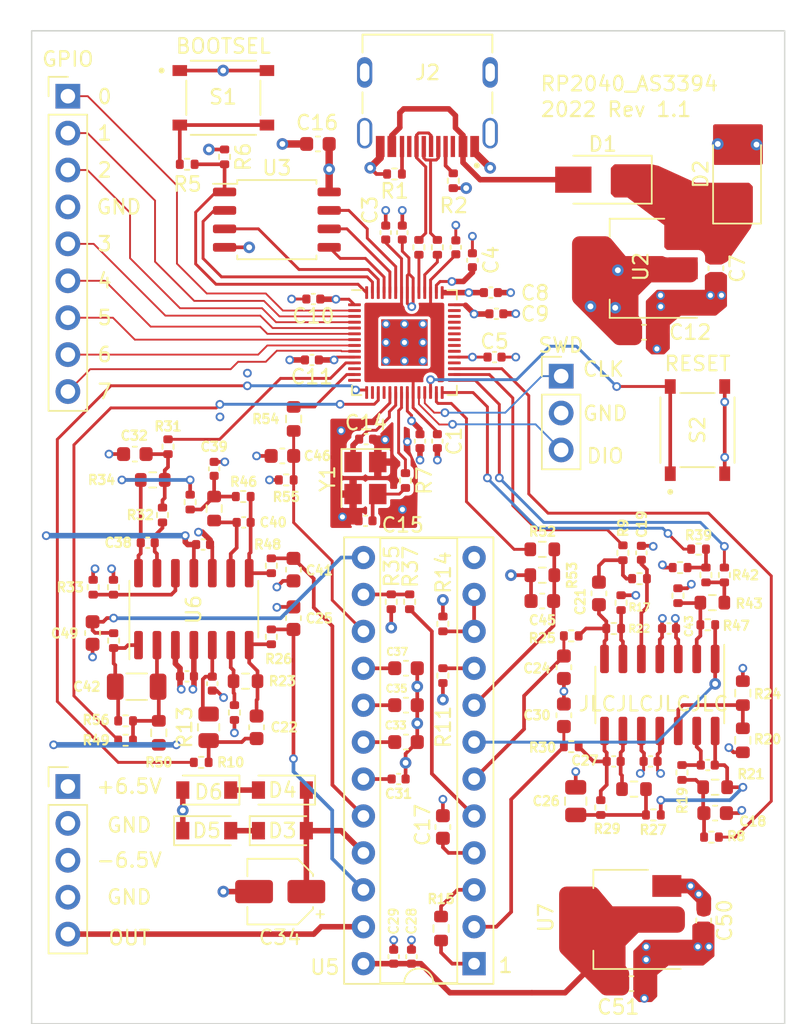
<source format=kicad_pcb>
(kicad_pcb (version 20221018) (generator pcbnew)
  (title_block (rev "1.1"))
  (layers (0 "F.Cu" signal) (1 "In1.Cu" power) (2 "In2.Cu" power) (31 "B.Cu" signal) (34 "B.Paste" user) (35 "F.Paste" user) (36 "B.SilkS" user "B.Silkscreen") (37 "F.SilkS" user "F.Silkscreen") (38 "B.Mask" user) (39 "F.Mask" user) (44 "Edge.Cuts" user))
  (net 0 "")
  (net 1 "+1V1")
  (net 2 "GND")
  (net 3 "+3V3")
  (net 4 "Net-(C7-Pad1)")
  (net 5 "/XIN")
  (net 6 "Net-(C15-Pad2)")
  (net 7 "Net-(C17-Pad2)")
  (net 8 "Net-(C18-Pad1)")
  (net 9 "Net-(C19-Pad1)")
  (net 10 "Net-(C20-Pad1)")
  (net 11 "Net-(C21-Pad1)")
  (net 12 "Net-(C21-Pad2)")
  (net 13 "Net-(C22-Pad1)")
  (net 14 "Net-(C22-Pad2)")
  (net 15 "Net-(C23-Pad1)")
  (net 16 "Net-(C23-Pad2)")
  (net 17 "/AS3394_PWM/Mod_Amt_Cv")
  (net 18 "/AS3394_PWM/Final_Gain_CV")
  (net 19 "Net-(C26-Pad1)")
  (net 20 "Net-(C27-Pad1)")
  (net 21 "Net-(C27-Pad2)")
  (net 22 "/AS3394_PWM/VCO_Freq_CV")
  (net 23 "Net-(C31-Pad1)")
  (net 24 "Net-(C32-Pad1)")
  (net 25 "Net-(C33-Pad1)")
  (net 26 "Net-(C34-Pad1)")
  (net 27 "Net-(C35-Pad1)")
  (net 28 "VCC")
  (net 29 "Net-(C37-Pad1)")
  (net 30 "Net-(C38-Pad1)")
  (net 31 "Net-(C38-Pad2)")
  (net 32 "Net-(C39-Pad1)")
  (net 33 "Net-(C40-Pad1)")
  (net 34 "Net-(C40-Pad2)")
  (net 35 "/AS3394_PWM/Filter_Freq_CV")
  (net 36 "Net-(C42-Pad1)")
  (net 37 "Net-(C42-Pad2)")
  (net 38 "VEE")
  (net 39 "/AS3394_PWM/Pulse_Width_CV")
  (net 40 "/AS3394_PWM/Filter_Res_CV")
  (net 41 "/AS3394_PWM/Mixer_Balance_CV")
  (net 42 "Net-(D1-Pad2)")
  (net 43 "Net-(D3-Pad1)")
  (net 44 "Net-(D4-Pad2)")
  (net 45 "Net-(J1-Pad1)")
  (net 46 "Net-(J1-Pad3)")
  (net 47 "/USB_D-")
  (net 48 "/USB_D+")
  (net 49 "Net-(J2-PadA5)")
  (net 52 "Net-(J2-PadB5)")
  (net 53 "Net-(R3-Pad2)")
  (net 54 "Net-(R4-Pad2)")
  (net 55 "/~{USB_BOOT}")
  (net 56 "/QSPI_SS")
  (net 57 "/XOUT")
  (net 58 "/AS3394_PWM/VCO_Freq_PWM")
  (net 59 "/AS3394_PWM/Mod_Amt_PWM")
  (net 60 "/AS3394_PWM/Final_Gain_PWM")
  (net 61 "/AS3394_PWM/Saw_Out")
  (net 62 "/AS3394_PWM/Wave_Out")
  (net 63 "Net-(R15-Pad1)")
  (net 64 "Net-(R17-Pad2)")
  (net 65 "Net-(R18-Pad2)")
  (net 66 "Net-(R20-Pad2)")
  (net 67 "/AS3394_PWM/Filter_Freq_PWM")
  (net 68 "Net-(R33-Pad2)")
  (net 69 "Net-(R35-Pad1)")
  (net 70 "/AS3394_PWM/Ext_Input2")
  (net 71 "Net-(R38-Pad2)")
  (net 72 "/AS3394_PWM/Wave_Select_2")
  (net 73 "Net-(R40-Pad2)")
  (net 74 "/AS3394_PWM/Wave_Select_1")
  (net 75 "Net-(R43-Pad2)")
  (net 76 "/AS3394_PWM/Wave_Select_CV")
  (net 77 "/AS3394_PWM/Mixer_Balance_PWM")
  (net 78 "/AS3394_PWM/Out")
  (net 79 "/AS3394_PWM/Pulse_Width_PWM")
  (net 80 "/AS3394_PWM/Filter_Res_PWM")
  (net 81 "/RUN")
  (net 95 "/QSPI_SD3")
  (net 96 "/QSPI_SCLK")
  (net 97 "/QSPI_SD0")
  (net 98 "/QSPI_SD2")
  (net 99 "/QSPI_SD1")
  (net 104 "+5V")
  (net 105 "Net-(U1-Pad2)")
  (net 106 "Net-(U1-Pad3)")
  (net 107 "Net-(U1-Pad4)")
  (net 108 "Net-(U1-Pad5)")
  (net 109 "Net-(U1-Pad6)")
  (net 110 "Net-(U1-Pad7)")
  (net 111 "Net-(U1-Pad8)")
  (net 112 "Net-(U1-Pad9)")
  (footprint "Capacitor_SMD:C_0603_1608Metric" (layer "F.Cu") (at 134.747 132.461)
    (fp_text reference "C33")
    (fp_text value "33n")
  )
  (footprint "Resistor_SMD:R_0402_1005Metric" (layer "F.Cu") (at 118.364 112.141 -90)
    (fp_text reference "R31")
    (fp_text value "6k8")
  )
  (footprint "Capacitor_SMD:C_0603_1608Metric" (layer "F.Cu") (at 145.616 130.617 90)
    (fp_text reference "C30")
    (fp_text value ".047u")
  )
  (footprint "Capacitor_SMD:C_0603_1608Metric" (layer "F.Cu") (at 144.13 122.758 180)
    (fp_text reference "C45")
    (fp_text value "47n")
  )
  (footprint "Resistor_SMD:R_0402_1005Metric" (layer "F.Cu") (at 122.936 130.429 90)
    (fp_text reference "R18" hide)
    (fp_text value "2k4")
  )
  (footprint "Resistor_SMD:R_0603_1608Metric" (layer "F.Cu") (at 127.013 110.23 -90)
    (fp_text reference "R54")
    (fp_text value "3k")
  )
  (footprint "Capacitor_SMD:C_0402_1005Metric" (layer "F.Cu") (at 149.045 133.792 180)
    (fp_text reference "C27")
    (fp_text value "10n")
  )
  (footprint "Resistor_SMD:R_0603_1608Metric" (layer "F.Cu") (at 144.13 119.202)
    (fp_text reference "R52")
    (fp_text value "2k7")
  )
  (footprint "Connector_PinHeader_2.54mm:PinHeader_1x05_P2.54mm_Vertical" (layer "F.Cu") (at 111.47 135.514)
    (fp_text reference "J3" hide)
    (fp_text value "Conn_01x05")
  )
  (footprint "Capacitor_SMD:C_0402_1005Metric" (layer "F.Cu") (at 120.777 118.872 180)
    (fp_text reference "C48" hide)
    (fp_text value "0.1u")
  )
  (footprint "Resistor_SMD:R_0402_1005Metric" (layer "F.Cu") (at 149.553 122.87 -90)
    (fp_text reference "R17")
    (fp_text value "2k4")
  )
  (footprint "Capacitor_SMD:C_0402_1005Metric" (layer "F.Cu") (at 132 111.62 180)
    (fp_text reference "C14")
    (fp_text value "30p")
  )
  (footprint "Capacitor_SMD:C_0402_1005Metric" (layer "F.Cu") (at 140.589 101.53849)
    (fp_text reference "C8")
    (fp_text value "100n")
  )
  (footprint "Resistor_SMD:R_0402_1005Metric" (layer "F.Cu") (at 114.62 125.48 90)
    (fp_text reference "R57" hide)
    (fp_text value "100")
  )
  (footprint "Resistor_SMD:R_0603_1608Metric" (layer "F.Cu") (at 156.03 135.568)
    (fp_text reference "R21")
    (fp_text value "11k")
  )
  (footprint "Resistor_SMD:R_0805_2012Metric" (layer "F.Cu") (at 121.158 131.445 90)
    (fp_text reference "R13")
    (fp_text value "16k")
  )
  (footprint "Capacitor_SMD:C_0402_1005Metric" (layer "F.Cu") (at 131.96 117.24)
    (fp_text reference "C15")
    (fp_text value "30p")
  )
  (footprint "footprints:SW_TS-1187A-B-A-B" (layer "F.Cu") (at 154.813 110.998 90)
    (fp_text reference "S2")
    (fp_text value "TS-1187A-B-A-B")
  )
  (footprint "Resistor_SMD:R_0402_1005Metric" (layer "F.Cu") (at 119.888 115.951 -90)
    (fp_text reference "R41" hide)
    (fp_text value "2k2")
  )
  (footprint "Capacitor_SMD:C_0603_1608Metric" (layer "F.Cu") (at 124.46 131.445 90)
    (fp_text reference "C22")
    (fp_text value "15n")
  )
  (footprint "Resistor_SMD:R_0402_1005Metric" (layer "F.Cu") (at 122.257 92.202 -90)
    (fp_text reference "R6")
    (fp_text value "DNF")
  )
  (footprint "Resistor_SMD:R_0402_1005Metric" (layer "F.Cu") (at 138 93.843 90)
    (fp_text reference "R2")
    (fp_text value "5.1k")
  )
  (footprint "Resistor_SMD:R_0402_1005Metric" (layer "F.Cu") (at 155.522 124.392)
    (fp_text reference "R47")
    (fp_text value "18k")
  )
  (footprint "Resistor_SMD:R_0603_1608Metric" (layer "F.Cu") (at 144.13 120.98 180)
    (fp_text reference "R53")
    (fp_text value "6k2")
  )
  (footprint "Package_TO_SOT_SMD:SOT-223-3_TabPin2" (layer "F.Cu") (at 150.679 99.866 180)
    (fp_text reference "U2")
    (fp_text value "NCP1117-3.3_SOT223")
  )
  (footprint "footprints:HRO_TYPE-C-31-M-12" (layer "F.Cu") (at 136.222 86.3925 180)
    (fp_text reference "J2")
    (fp_text value "TYPE-C-31-M-12")
  )
  (footprint "Connector_PinHeader_2.54mm:PinHeader_1x09_P2.54mm_Vertical" (layer "F.Cu") (at 111.47 88.026)
    (fp_text reference "J4" hide)
    (fp_text value "Conn_01x09")
  )
  (footprint "Capacitor_SMD:C_0402_1005Metric" (layer "F.Cu") (at 134.239 135.001)
    (fp_text reference "C31")
    (fp_text value "560p")
  )
  (footprint "Resistor_SMD:R_0402_1005Metric" (layer "F.Cu") (at 120.65 133.858)
    (fp_text reference "R10")
    (fp_text value "10k")
  )
  (footprint "Package_SO:SOIC-14_3.9x8.7mm_P1.27mm" (layer "F.Cu") (at 120.142 123.317 90)
    (fp_text reference "U6")
    (fp_text value "LM324")
  )
  (footprint "Crystal:Crystal_SMD_3225-4Pin_3.2x2.5mm" (layer "F.Cu") (at 131.953 114.3 -90)
    (fp_text reference "Y1")
    (fp_text value "X322512MSB4SI")
  )
  (footprint "Diode_SMD:D_SOD-123" (layer "F.Cu") (at 126.238 135.763 180)
    (fp_text reference "D4")
    (fp_text value "D_Small")
  )
  (footprint "Resistor_SMD:R_0603_1608Metric" (layer "F.Cu") (at 117.312 114.427 180)
    (fp_text reference "R34")
    (fp_text value "11k")
  )
  (footprint "Resistor_SMD:R_0402_1005Metric" (layer "F.Cu") (at 153.47 122.39 -90)
    (fp_text reference "R44" hide)
    (fp_text value "33k")
  )
  (footprint "Package_DIP:DIP-24_W7.62mm_Socket" (layer "F.Cu") (at 139.436 147.706 180)
    (fp_text reference "U5")
    (fp_text value "AS3394")
  )
  (footprint "Resistor_SMD:R_0603_1608Metric" (layer "F.Cu") (at 121.539 116.394992 -90)
    (fp_text reference "R45" hide)
    (fp_text value "3k6")
  )
  (footprint "Capacitor_SMD:C_0603_1608Metric" (layer "F.Cu") (at 134.747 127.381)
    (fp_text reference "C37")
    (fp_text value "33n")
  )
  (footprint "Resistor_SMD:R_0402_1005Metric" (layer "F.Cu") (at 117.983 116.84 -90)
    (fp_text reference "R32")
    (fp_text value "6k8")
  )
  (footprint "Capacitor_SMD:C_1206_3216Metric" (layer "F.Cu") (at 116.205 128.651 180)
    (fp_text reference "C42")
    (fp_text value "22u")
  )
  (footprint "Diode_SMD:D_SMA" (layer "F.Cu") (at 157.537 93.389 90)
    (fp_text reference "D2")
    (fp_text value "D_Schottky")
  )
  (footprint "Resistor_SMD:R_0603_1608Metric" (layer "F.Cu") (at 117.729 131.826 -90)
    (fp_text reference "R50")
    (fp_text value "4k3")
  )
  (footprint "Capacitor_SMD:C_0402_1005Metric" (layer "F.Cu") (at 135.124 147.226 90)
    (fp_text reference "C28")
    (fp_text value "0.1u")
  )
  (footprint "Capacitor_SMD:C_0603_1608Metric" (layer "F.Cu") (at 151.13 104.267)
    (fp_text reference "C12")
    (fp_text value "10u")
  )
  (footprint "Package_SO:SOIC-8_5.23x5.23mm_P1.27mm" (layer "F.Cu") (at 125.857 96.52)
    (fp_text reference "U3")
    (fp_text value "W25Q128JVS")
  )
  (footprint "Resistor_SMD:R_0402_1005Metric" (layer "F.Cu") (at 155.776 138.999 180)
    (fp_text reference "R8")
    (fp_text value "6k8")
  )
  (footprint "Resistor_SMD:R_0603_1608Metric" (layer "F.Cu") (at 137.16 145.288 90)
    (fp_text reference "R15")
    (fp_text value "240k")
  )
  (footprint "Resistor_SMD:R_0402_1005Metric" (layer "F.Cu") (at 115.443 131.001 180)
    (fp_text reference "R56")
    (fp_text value "1k5")
  )
  (footprint "Resistor_SMD:R_0402_1005Metric" (layer "F.Cu") (at 137.287 127.889 90)
    (fp_text reference "R11")
    (fp_text value "1k")
  )
  (footprint "Resistor_SMD:R_0402_1005Metric" (layer "F.Cu") (at 149.68 119.439 -90)
    (fp_text reference "R9")
    (fp_text value "12k")
  )
  (footprint "Resistor_SMD:R_0402_1005Metric" (layer "F.Cu") (at 135.636 98.425 -90)
    (fp_text reference "R3" hide)
    (fp_text value "27r4")
  )
  (footprint "Capacitor_SMD:C_0402_1005Metric" (layer "F.Cu") (at 150.95 119.439 90)
    (fp_text reference "C19")
    (fp_text value "10n")
  )
  (footprint "Resistor_SMD:R_0402_1005Metric" (layer "F.Cu") (at 114.607 121.81 90)
    (fp_text reference "R36" hide)
    (fp_text value "300")
  )
  (footprint "Resistor_SMD:R_0402_1005Metric" (layer "F.Cu") (at 123.541 115.57)
    (fp_text reference "R46")
    (fp_text value "3k3")
  )
  (footprint "Capacitor_SMD:C_0402_1005Metric" (layer "F.Cu") (at 121.412 128.44 -90)
    (fp_text reference "C20" hide)
    (fp_text value "10n")
  )
  (footprint "Connector_PinHeader_2.54mm:PinHeader_1x03_P2.54mm_Vertical" (layer "F.Cu") (at 145.43 107.285)
    (fp_text reference "J1" hide)
    (fp_text value "Conn_01x03")
  )
  (footprint "Resistor_SMD:R_0402_1005Metric" (layer "F.Cu") (at 135.001 122.809 -90)
    (fp_text reference "R37")
    (fp_text value "68k")
  )
  (footprint "Resistor_SMD:R_0603_1608Metric" (layer "F.Cu") (at 150.442 135.697 180)
    (fp_text reference "R28" hide)
    (fp_text value "2k7")
  )
  (footprint "Capacitor_SMD:C_0402_1005Metric" (layer "F.Cu") (at 139.319 99.314 90)
    (fp_text reference "C4")
    (fp_text value "100n")
  )
  (footprint "Resistor_SMD:R_0402_1005Metric" (layer "F.Cu") (at 149.045 124.648 180)
    (fp_text reference "R22")
    (fp_text value "510")
  )
  (footprint "Capacitor_SMD:C_0603_1608Metric" (layer "F.Cu") (at 150.2664 149.0812)
    (fp_text reference "C51")
    (fp_text value "10u")
  )
  (footprint "Resistor_SMD:R_0402_1005Metric" (layer "F.Cu") (at 126.503 114.427 180)
    (fp_text reference "R55")
    (fp_text value "10k")
  )
  (footprint "Capacitor_SMD:C_0603_1608Metric" (layer "F.Cu") (at 116.078 112.649 180)
    (fp_text reference "C32")
    (fp_text value "33n")
  )
  (footprint "Capacitor_SMD:C_0402_1005Metric" (layer "F.Cu") (at 134.493 97.409 90)
    (fp_text reference "C6" hide)
    (fp_text value "100n")
  )
  (footprint "Capacitor_SMD:C_0402_1005Metric" (layer "F.Cu") (at 151.585 133.792 180)
    (fp_text reference "C44" hide)
    (fp_text value "0.1u")
  )
  (footprint "Diode_SMD:D_SMA" (layer "F.Cu") (at 148.266 93.77 180)
    (fp_text reference "D1")
    (fp_text value "D_Schottky")
  )
  (footprint "Resistor_SMD:R_0402_1005Metric" (layer "F.Cu") (at 133.955 93.38)
    (fp_text reference "R1")
    (fp_text value "5.1k")
  )
  (footprint "Capacitor_SMD:C_0603_1608Metric" (layer "F.Cu") (at 148.029 122.233 -90)
    (fp_text reference "C21")
    (fp_text value "15n")
  )
  (footprint "Capacitor_SMD:C_0402_1005Metric" (layer "F.Cu") (at 138.176 98.425 90)
    (fp_text reference "C2" hide)
    (fp_text value "1u")
  )
  (footprint "Resistor_SMD:R_0603_1608Metric" (layer "F.Cu") (at 123.7 128.27)
    (fp_text reference "R23")
    (fp_text value "750")
  )
  (footprint "Capacitor_SMD:C_0402_1005Metric" (layer "F.Cu") (at 128.369 101.981 180)
    (fp_text reference "C10")
    (fp_text value "100n")
  )
  (footprint "Resistor_SMD:R_0402_1005Metric" (layer "F.Cu") (at 150.823 121.219)
    (fp_text reference "R12" hide)
    (fp_text value "15k")
  )
  (footprint "Package_DFN_QFN:QFN-56-1EP_7x7mm_P0.4mm_EP3.2x3.2mm" (layer "F.Cu") (at 134.638009 104.97599)
    (fp_text reference "U1" hide)
    (fp_text value "RP2040")
  )
  (footprint "Resistor_SMD:R_0402_1005Metric" (layer "F.Cu") (at 136.906 98.425 -90)
    (fp_text reference "R4" hide)
    (fp_text value "27r4")
  )
  (footprint "Resistor_SMD:R_0402_1005Metric" (layer "F.Cu") (at 125.476 120.332 90)
    (fp_text reference "R48")
    (fp_text value "100")
  )
  (footprint "Capacitor_SMD:C_0402_1005Metric" (layer "F.Cu") (at 133.9005 147.226 90)
    (fp_text reference "C29")
    (fp_text value "1u")
  )
  (footprint "Resistor_SMD:R_0402_1005Metric" (layer "F.Cu") (at 153.617 120.457)
    (fp_text reference "R38" hide)
    (fp_text value "2k")
  )
  (footprint "Capacitor_SMD:CP_Elec_4x5.4" (layer "F.Cu") (at 126.088 142.748 180)
    (fp_text reference "C34")
    (fp_text value "4u7")
  )
  (footprint "Resistor_SMD:R_0402_1005Metric" (layer "F.Cu") (at 115.443 132.334)
    (fp_text reference "R49")
    (fp_text value "1k")
  )
  (footprint "Package_SO:SOIC-14_3.9x8.7mm_P1.27mm" (layer "F.Cu") (at 152.22 129.22 -90)
    (fp_text reference "U4" hide)
    (fp_text value "LM324")
  )
  (footprint "Capacitor_SMD:C_0603_1608Metric" (layer "F.Cu") (at 126.238 112.776 180)
    (fp_text reference "C46")
    (fp_text value "47n")
  )
  (footprint "Resistor_SMD:R_0402_1005Metric" (layer "F.Cu") (at 153.744 134.552 90)
    (fp_text reference "R19")
    (fp_text value "6k8")
  )
  (footprint "Resistor_SMD:R_0402_1005Metric" (layer "F.Cu") (at 154.887 119.187)
    (fp_text reference "R39")
    (fp_text value "2k")
  )
  (footprint "Capacitor_SMD:C_0603_1608Metric" (layer "F.Cu") (at 127 120.597 -90)
    (fp_text reference "C41")
    (fp_text value ".047u")
  )
  (footprint "Capacitor_SMD:C_0402_1005Metric" (layer "F.Cu") (at 136.906 111.76 -90)
    (fp_text reference "C1")
    (fp_text value "100n")
  )
  (footprint "Capacitor_SMD:C_0402_1005Metric" (layer "F.Cu") (at 135.71 111.76 -90)
    (fp_text reference "C13" hide)
    (fp_text value "100n")
  )
  (footprint "Capacitor_SMD:C_0805_2012Metric" (layer "F.Cu") (at 146.431 136.525 90)
    (fp_text reference "C26")
    (fp_text value "180n")
  )
  (footprint "Capacitor_SMD:C_0402_1005Metric" (layer "F.Cu") (at 121.539 113.665 90)
    (fp_text reference "C39")
    (fp_text value "220n")
  )
  (footprint "Capacitor_SMD:C_0603_1608Metric" (layer "F.Cu") (at 137.287 138.303 -90)
    (fp_text reference "C17")
    (fp_text value "2n")
  )
  (footprint "Resistor_SMD:R_0402_1005Metric" (layer "F.Cu") (at 148.156 136.967 90)
    (fp_text reference "R29")
    (fp_text value "5k1")
  )
  (footprint "Capacitor_SMD:C_0402_1005Metric" (layer "F.Cu") (at 152.855 124.648)
    (fp_text reference "C43")
    (fp_text value "0.1u")
  )
  (footprint "Resistor_SMD:R_0402_1005Metric" (layer "F.Cu") (at 151.777 137.475 180)
    (fp_text reference "R27")
    (fp_text value "3k3")
  )
  (footprint "Resistor_SMD:R_0402_1005Metric" (layer "F.Cu") (at 125.476 125.222 90)
    (fp_text reference "R26")
    (fp_text value "120")
  )
  (footprint "Resistor_SMD:R_0402_1005Metric" (layer "F.Cu") (at 113.21 121.807993 -90)
    (fp_text reference "R33")
    (fp_text value "1k6")
  )
  (footprint "Capacitor_SMD:C_0603_1608Metric" (layer "F.Cu") (at 128.682 91.313 180)
    (fp_text reference "C16")
    (fp_text value "100n")
  )
  (footprint "Diode_SMD:D_SOD-123" (layer "F.Cu") (at 121.031 138.557)
    (fp_text reference "D5")
    (fp_text value "D_Small")
  )
  (footprint "Resistor_SMD:R_0603_1608Metric" (layer "F.Cu") (at 157.935 132.34 90)
    (fp_text reference "R20")
    (fp_text value "3k")
  )
  (footprint "Package_TO_SOT_SMD:SOT-223-3_TabPin2" (layer "F.Cu") (at 149.5552 144.6616 180)
    (fp_text reference "U7")
    (fp_text value "NCP1117-5.0_SOT223")
  )
  (footprint "Resistor_SMD:R_0402_1005Metric" (layer "F.Cu") (at 137.287 124.333 -90)
    (fp_text reference "R14")
    (fp_text value "510")
  )
  (footprint "Diode_SMD:D_SOD-123" (layer "F.Cu") (at 121.031 135.763 180)
    (fp_text reference "D6")
    (fp_text value "D_Small")
  )
  (footprint "Resistor_SMD:R_0402_1005Metric" (layer "F.Cu") (at 133.731 122.809 -90)
    (fp_text reference "R35")
    (fp_text value "1k")
  )
  (footprint "Resistor_SMD:R_0402_1005Metric" (layer "F.Cu") (at 156.665 120.965 -90)
    (fp_text reference "R42")
    (fp_text value "2k")
  )
  (footprint "Capacitor_SMD:C_0402_1005Metric" (layer "F.Cu") (at 128.27 106.172 180)
    (fp_text reference "C11")
    (fp_text value "100n")
  )
  (footprint "Capacitor_SMD:C_0402_1005Metric" (layer "F.Cu") (at 123.571 117.348)
    (fp_text reference "C40")
    (fp_text value "10n")
  )
  (footprint "Capacitor_SMD:C_0402_1005Metric" (layer "F.Cu") (at 140.843 105.976)
    (fp_text reference "C5")
    (fp_text value "1u")
  )
  (footprint "Capacitor_SMD:C_0603_1608Metric" (layer "F.Cu") (at 127 123.937 90)
    (fp_text reference "C25")
    (fp_text value ".047u")
  )
  (footprint "Capacitor_SMD:C_0402_1005Metric" (layer "F.Cu") (at 140.97 102.997)
    (fp_text reference "C9")
    (fp_text value "100n")
  )
  (footprint "Resistor_SMD:R_0402_1005Metric" (layer "F.Cu") (at 146.124 125.156 180)
    (fp_text reference "R25")
    (fp_text value "120")
  )
  (footprint "Capacitor_SMD:C_0603_1608Metric" (layer "F.Cu") (at 156.03 137.348)
    (fp_text reference "C18")
    (fp_text value "33n")
  )
  (footprint "Capacitor_SMD:C_0402_1005Metric" (layer "F.Cu") (at 155.522 134.044)
    (fp_text reference "C23" hide)
    (fp_text value "10n")
  )
  (footprint "Resistor_SMD:R_0402_1005Metric" (layer "F.Cu") (at 146.124 132.776 180)
    (fp_text reference "R30")
    (fp_text value "100")
  )
  (footprint "Resistor_SMD:R_0402_1005Metric" (layer "F.Cu") (at 155.395 120.965 -90)
    (fp_text reference "R40" hide)
    (fp_text value "1k")
  )
  (footprint "Capacitor_SMD:C_0603_1608Metric" (layer "F.Cu") (at 134.747 129.921)
    (fp_text reference "C35")
    (fp_text value "33n")
  )
  (footprint "Capacitor_SMD:C_0402_1005Metric" (layer "F.Cu") (at 133.35 97.409 90)
    (fp_text reference "C3")
    (fp_text value "100n")
  )
  (footprint "Resistor_SMD:R_0402_1005Metric" (layer "F.Cu") (at 134.708 114.47 90)
    (fp_text reference "R7")
    (fp_text value "1k")
  )
  (footprint "Capacitor_SMD:C_0402_1005Metric" (layer "F.Cu") (at 116.967 118.745 180)
    (fp_text reference "C38")
    (fp_text value "10n")
  )
  (footprint "footprints:SW_TS-1187A-B-A-B" (layer "F.Cu") (at 122.174 88.138)
    (fp_text reference "S1")
    (fp_text value "TS-1187A-B-A-B")
  )
  (footprint "Capacitor_SMD:C_0603_1608Metric" (layer "F.Cu") (at 155.2448 144.7378 -90)
    (fp_text reference "C50")
    (fp_text value "10u")
  )
  (footprint "Capacitor_SMD:C_0603_1608Metric" (layer "F.Cu") (at 113.17 124.96 -90)
    (fp_text reference "C49")
    (fp_text value ".047u")
  )
  (footprint "Resistor_SMD:R_0402_1005Metric" (layer "F.Cu") (at 119.684 92.712)
    (fp_text reference "R5")
    (fp_text value "1k")
  )
  (footprint "Capacitor_SMD:C_0603_1608Metric" (layer "F.Cu") (at 145.616 127.315 -90)
    (fp_text reference "C24")
    (fp_text value ".047u")
  )
  (footprint "Capacitor_SMD:C_0603_1608Metric" (layer "F.Cu") (at 156.083 99.866 -90)
    (fp_text reference "C7")
    (fp_text value "10u")
  )
  (footprint "Diode_SMD:D_SOD-123" (layer "F.Cu") (at 126.238 138.557)
    (fp_text reference "D3")
    (fp_text value "D_Small")
  )
  (footprint "Resistor_SMD:R_0603_1608Metric" (layer "F.Cu") (at 155.837 122.87 180)
    (fp_text reference "R43")
    (fp_text value "9k1")
  )
  (footprint "Capacitor_SMD:C_0402_1005Metric" (layer "F.Cu") (at 119.67 127.94)
    (fp_text reference "C47" hide)
    (fp_text value "0.1u")
  )
  (footprint "Resistor_SMD:R_0603_1608Metric" (layer "F.Cu") (at 157.935 129.093 90)
    (fp_text reference "R24")
    (fp_text value "560")
  )
  (gr_rect (start 108.975555 83.53) (end 160.814445 151.844) (stroke (width 0.1)) (fill none) (layer "Edge.Cuts"))
  (gr_text "+6.5V" (at 115.697 135.509) (layer "F.SilkS") (effects (font (size 1 1))))
  (gr_text "2022 Rev 1.1" (at 149.209989 88.940005) (layer "F.SilkS") (effects (font (size 1 1))))
  (gr_text "0" (at 114 88.06) (layer "F.SilkS") (effects (font (size 1 1))))
  (gr_text "GND" (at 115.697 143.129) (layer "F.SilkS") (effects (font (size 1 1))))
  (gr_text "7" (at 114 108.346) (layer "F.SilkS") (effects (font (size 1 1))))
  (gr_text "1" (at 114 90.566) (layer "F.SilkS") (effects (font (size 1 1))))
  (gr_text "CLK" (at 148.336 106.807) (layer "F.SilkS") (effects (font (size 1 1))))
  (gr_text "3" (at 114 98.186) (layer "F.SilkS") (effects (font (size 1 1))))
  (gr_text "1" (at 141.605 147.828) (layer "F.SilkS") (effects (font (size 1 1))))
  (gr_text "BOOTSEL" (at 122.174 84.582) (layer "F.SilkS") (effects (font (size 1 1))))
  (gr_text "SWD" (at 145.415 105.156) (layer "F.SilkS") (effects (font (size 1 1))))
  (gr_text "RESET" (at 154.813 106.426) (layer "F.SilkS") (effects (font (size 1 1))))
  (gr_text "2" (at 114 93.106) (layer "F.SilkS") (effects (font (size 1 1))))
  (gr_text "GPIO" (at 111.47 85.48) (layer "F.SilkS") (effects (font (size 1 1))))
  (gr_text "4" (at 114 100.726) (layer "F.SilkS") (effects (font (size 1 1))))
  (gr_text "GND" (at 114.9858 95.646) (layer "F.SilkS") (effects (font (size 1 1))))
  (gr_text "DIO" (at 148.463 112.776) (layer "F.SilkS") (effects (font (size 1 1))))
  (gr_text "GND" (at 115.697 138.176) (layer "F.SilkS") (effects (font (size 1 1))))
  (gr_text "JLCJLCJLCJLC" (at 151.78 129.83) (layer "F.SilkS") (effects (font (size 1 1))))
  (gr_text "-6.5V" (at 115.697 140.589) (layer "F.SilkS") (effects (font (size 1 1))))
  (gr_text "OUT" (at 115.697 145.923) (layer "F.SilkS") (effects (font (size 1 1))))
  (gr_text "6" (at 114 105.806) (layer "F.SilkS") (effects (font (size 1 1))))
  (gr_text "RP2040_AS3394" (at 150.12 87.17) (layer "F.SilkS") (effects (font (size 1 1))))
  (gr_text "GND" (at 148.463 109.855) (layer "F.SilkS") (effects (font (size 1 1))))
  (gr_text "5" (at 114 103.266) (layer "F.SilkS") (effects (font (size 1 1))))
  (segment (start 133.35 98.115686) (end 133.35 97.889) (width 0.2) (layer "F.Cu") (net 1))
  (segment (start 135.238009 108.41349) (end 135.238009 109.330009) (width 0.2) (layer "F.Cu") (net 1))
  (segment (start 134.438009 102.543991) (end 134.366 102.616) (width 0.2) (layer "F.Cu") (net 1))
  (segment (start 134.438009 99.203695) (end 133.35 98.115686) (width 0.2) (layer "F.Cu") (net 1))
  (segment (start 136.438009 101.53849) (end 136.438009 102.575991) (width 0.2) (layer "F.Cu") (net 1))
  (segment (start 136.438009 102.575991) (end 136.398 102.616) (width 0.2) (layer "F.Cu") (net 1))
  (segment (start 135.238009 109.457995) (end 136.906 111.125986) (width 0.199898) (layer "F.Cu") (net 1))
  (segment (start 138.176 98.933) (end 138.176 98.905) (width 0.2) (layer "F.Cu") (net 1))
  (segment (start 134.438009 101.53849) (end 134.438009 102.543991) (width 0.2) (layer "F.Cu") (net 1))
  (segment (start 135.238009 109.330009) (end 135.238009 109.457995) (width 0.199898) (layer "F.Cu") (net 1))
  (segment (start 136.906 111.125986) (end 136.906 111.28) (width 0.199898) (layer "F.Cu") (net 1))
  (segment (start 135.238009 108.41349) (end 135.238009 107.425009) (width 0.2) (layer "F.Cu") (net 1))
  (segment (start 136.438009 100.670991) (end 138.176 98.933) (width 0.2) (layer "F.Cu") (net 1))
  (segment (start 136.438009 101.53849) (end 136.438009 100.670991) (width 0.2) (layer "F.Cu") (net 1))
  (segment (start 134.438009 101.53849) (end 134.438009 99.203695) (width 0.2) (layer "F.Cu") (net 1))
  (segment (start 150.95 133.043) (end 151.13 133.223) (width 0.254) (layer "F.Cu") (net 2))
  (segment (start 115.303 112.649) (end 114.3 112.649) (width 0.254) (layer "F.Cu") (net 2))
  (segment (start 132.48 111.62) (end 132.81 111.95) (width 0.508) (layer "F.Cu") (net 2))
  (segment (start 113.17 126.611) (end 113.17 125.735) (width 0.254) (layer "F.Cu") (net 2))
  (segment (start 132.972 91.4875) (end 132.972 92.267) (width 0.508) (layer "F.Cu") (net 2))
  (segment (start 151.105 134.391) (end 151.105 133.792) (width 0.199898) (layer "F.Cu") (net 2))
  (segment (start 120.46 118.02) (end 120.72 118.02) (width 0.381) (layer "F.Cu") (net 2))
  (segment (start 133.9005 146.0771) (end 133.9005 146.7866) (width 0.254) (layer "F.Cu") (net 2))
  (segment (start 121.257 118.557) (end 121.257 118.872) (width 0.381) (layer "F.Cu") (net 2))
  (segment (start 139.319 98.834) (end 139.319 97.663) (width 0.2) (layer "F.Cu") (net 2))
  (segment (start 146.431 135.575) (end 146.431 134.493) (width 0.254) (layer "F.Cu") (net 2))
  (segment (start 141.323 105.976) (end 142.304 105.976) (width 0.199898) (layer "F.Cu") (net 2))
  (segment (start 151.13 133.767) (end 151.105 133.792) (width 0.254) (layer "F.Cu") (net 2))
  (segment (start 135.522 131.178) (end 135.522 132.461) (width 0.254) (layer "F.Cu") (net 2))
  (segment (start 124.288 142.748) (end 122.174 142.748) (width 0.381) (layer "F.Cu") (net 2))
  (segment (start 153.335 124.648) (end 153.335 123.998) (width 0.254) (layer "F.Cu") (net 2))
  (segment (start 151.13 133.223) (end 151.13 133.767) (width 0.254) (layer "F.Cu") (net 2))
  (segment (start 135.522 129.921) (end 135.522 131.178) (width 0.254) (layer "F.Cu") (net 2))
  (segment (start 119.381 137.159) (end 119.38 137.16) (width 0.381) (layer "F.Cu") (net 2))
  (segment (start 137.287 123.823) (end 137.287 122.682) (width 0.254) (layer "F.Cu") (net 2))
  (segment (start 120.72 118.02) (end 121.257 118.557) (width 0.381) (layer "F.Cu") (net 2))
  (segment (start 149.553 122.36) (end 150.567 122.36) (width 0.254) (layer "F.Cu") (net 2))
  (segment (start 151.725 118.959) (end 151.765 118.999) (width 0.254) (layer "F.Cu") (net 2))
  (segment (start 119.381 137.161) (end 119.38 137.16) (width 0.381) (layer "F.Cu") (net 2))
  (segment (start 119.381 138.557) (end 119.381 137.161) (width 0.381) (layer "F.Cu") (net 2))
  (segment (start 134.719 133.886) (end 134.719 135.001) (width 0.254) (layer "F.Cu") (net 2))
  (segment (start 150.876 134.62) (end 151.105 134.391) (width 0.199898) (layer "F.Cu") (net 2))
  (segment (start 134.719 133.264) (end 134.719 133.886) (width 0.254) (layer "F.Cu") (net 2))
  (segment (start 125.885 123.162) (end 127 123.162) (width 0.254) (layer "F.Cu") (net 2))
  (segment (start 131.48 117.24) (end 131.1 116.86) (width 0.381) (layer "F.Cu") (net 2))
  (segment (start 138 94.353) (end 138.887 94.353) (width 0.254) (layer "F.Cu") (net 2))
  (segment (start 131.1 116.63) (end 131.103 116.627) (width 0.381) (layer "F.Cu") (net 2))
  (segment (start 127 121.372) (end 126.278 121.372) (width 0.254) (layer "F.Cu") (net 2))
  (segment (start 135.71 113.06) (end 135.71 112.24) (width 0.381) (layer "F.Cu") (net 2))
  (segment (start 143.305 120.98) (end 141.971 120.98) (width 0.254) (layer "F.Cu") (net 2))
  (segment (start 156.805 137.348) (end 157.673 137.348) (width 0.254) (layer "F.Cu") (net 2))
  (segment (start 156.688 112.873) (end 156.688 109.063) (width 0.254) (layer "F.Cu") (net 2))
  (segment (start 139.472 91.886) (end 140.54 92.954) (width 0.508) (layer "F.Cu") (net 2))
  (segment (start 132.972 92.267) (end 132.285 92.954) (width 0.508) (layer "F.Cu") (net 2))
  (segment (start 114.607 121.299993) (end 114.607 120.664993) (width 0.254) (layer "F.Cu") (net 2))
  (segment (start 145.616 128.09) (end 145.616 128.966) (width 0.254) (layer "F.Cu") (net 2))
  (segment (start 121.412 119.027) (end 121.257 118.872) (width 0.254) (layer "F.Cu") (net 2))
  (segment (start 118.872 127.062) (end 118.872 125.792) (width 0.381) (layer "F.Cu") (net 2))
  (segment (start 156.688 109.063) (end 156.688 107.998) (width 0.254) (layer "F.Cu") (net 2))
  (segment (start 153.335 123.998) (end 153.289 123.952) (width 0.254) (layer "F.Cu") (net 2))
  (segment (start 121.412 120.842) (end 121.412 119.027) (width 0.254) (layer "F.Cu") (net 2))
  (segment (start 119.19 127.94) (end 119.19 127.38) (width 0.381) (layer "F.Cu") (net 2))
  (segment (start 125.993 114.427) (end 125.349 114.427) (width 0.254) (layer "F.Cu") (net 2))
  (segment (start 126.278 121.372) (end 125.857 121.793) (width 0.254) (layer "F.Cu") (net 2))
  (segment (start 153.49 125.423) (end 153.335 125.268) (width 0.254) (layer "F.Cu") (net 2))
  (segment (start 136.906 113.06) (end 136.906 112.24) (width 0.381) (layer "F.Cu") (net 2))
  (segment (start 133.35 96.929) (end 133.35 95.885) (width 0.254) (layer "F.Cu") (net 2))
  (segment (start 127.79 106.172) (end 126.743 106.172) (width 0.381) (layer "F.Cu") (net 2))
  (segment (start 152.4 120.396) (end 152.4 120.269) (width 0.254) (layer "F.Cu") (net 2))
  (segment (start 119.19 128.742014) (end 119.275995 128.828009) (width 0.381) (layer "F.Cu") (net 2))
  (segment (start 145.616 128.966) (end 145.616 129.842) (width 0.254) (layer "F.Cu") (net 2))
  (segment (start 119.19 127.94) (end 119.19 128.742014) (width 0.381) (layer "F.Cu") (net 2))
  (segment (start 114.607 120.664993) (end 114.48 120.537993) (width 0.254) (layer "F.Cu") (net 2))
  (segment (start 119.381 135.763) (end 119.381 137.159) (width 0.381) (layer "F.Cu") (net 2))
  (segment (start 156.688 113.998) (end 156.688 112.873) (width 0.254) (layer "F.Cu") (net 2))
  (segment (start 157.935 128.268) (end 157.935 127.381) (width 0.254) (layer "F.Cu") (net 2))
  (segment (start 121.412 128.92) (end 121.71 128.92) (width 0.254) (layer "F.Cu") (net 2))
  (segment (start 121.257 118.861562) (end 121.257 118.872) (width 0.254) (layer "F.Cu") (net 2))
  (segment (start 127.907 91.313) (end 126.238 91.313) (width 0.508) (layer "F.Cu") (net 2))
  (segment (start 122.936 130.939) (end 122.936 131.826) (width 0.254) (layer "F.Cu") (net 2))
  (segment (start 142.3 102.99) (end 141.45 102.99) (width 0.381) (layer "F.Cu") (net 2))
  (segment (start 150.95 118.959) (end 151.725 118.959) (width 0.254) (layer "F.Cu") (net 2))
  (segment (start 121.539 113.185) (end 122.273 113.185) (width 0.254) (layer "F.Cu") (net 2))
  (segment (start 152.4 120.269) (end 152.461 120.457) (width 0.254) (layer "F.Cu") (net 2))
  (segment (start 143.355 122.758) (end 143.355 121.03) (width 0.254) (layer "F.Cu") (net 2))
  (segment (start 141.95 101.54) (end 141.07051 101.54) (width 0.381) (layer "F.Cu") (net 2))
  (segment (start 134.493 96.929) (end 134.493 95.885) (width 0.254) (layer "F.Cu") (net 2))
  (segment (start 121.71 128.92) (end 122.19 129.4) (width 0.254) (layer "F.Cu") (net 2))
  (segment (start 119.19 127.38) (end 118.872 127.062) (width 0.381) (layer "F.Cu") (net 2))
  (segment (start 127.889 101.981) (end 126.873 101.981) (width 0.2) (layer "F.Cu") (net 2))
  (segment (start 133.638009 108.41349) (end 133.638009 109.128449) (width 0.199898) (layer "F.Cu") (net 2))
  (segment (start 132.711 93.38) (end 132.285 92.954) (width 0.254) (layer "F.Cu") (net 2))
  (segment (start 131.1 116.86) (end 131.1 116.63) (width 0.381) (layer "F.Cu") (net 2))
  (segment (start 137.287 137.528) (end 137.287 136.398) (width 0.25) (layer "F.Cu") (net 2))
  (segment (start 135.124 146.1236) (end 135.124 146.7866) (width 0.254) (layer "F.Cu") (net 2))
  (segment (start 131.103 116.627) (end 131.103 115.4) (width 0.381) (layer "F.Cu") (net 2))
  (segment (start 133.638009 109.128449) (end 132.356458 110.41) (width 0.199898) (layer "F.Cu") (net 2))
  (segment (start 133.731 123.319) (end 133.731 124.587) (width 0.254) (layer "F.Cu") (net 2))
  (segment (start 119.174 86.263) (end 122.159 86.263) (width 0.254) (layer "F.Cu") (net 2))
  (segment (start 135.522 128.638) (end 135.522 129.921) (width 0.254) (layer "F.Cu") (net 2))
  (segment (start 138.176 97.945) (end 138.176 96.901) (width 0.2) (layer "F.Cu") (net 2))
  (segment (start 143.355 121.03) (end 143.305 120.98) (width 0.254) (layer "F.Cu") (net 2))
  (segment (start 122.257 98.425) (end 123.952 98.425) (width 0.254) (layer "F.Cu") (net 2))
  (segment (start 133.445 93.38) (end 132.711 93.38) (width 0.254) (layer "F.Cu") (net 2))
  (segment (start 153.107 120.457) (end 152.461 120.457) (width 0.254) (layer "F.Cu") (net 2))
  (segment (start 125.463 112.776) (end 124.46 112.776) (width 0.254) (layer "F.Cu") (net 2))
  (segment (start 125.857 123.19) (end 125.885 123.162) (width 0.254) (layer "F.Cu") (net 2))
  (segment (start 157.673 137.348) (end 157.861 137.16) (width 0.254) (layer "F.Cu") (net 2))
  (segment (start 139.472 91.4875) (end 139.472 91.886) (width 0.508) (layer "F.Cu") (net 2))
  (segment (start 150.567 122.36) (end 150.569 122.362) (width 0.2) (layer "F.Cu") (net 2))
  (segment (start 137.287 128.399) (end 137.287 129.54) (width 0.254) (layer "F.Cu") (net 2))
  (segment (start 135.522 132.461) (end 134.719 133.264) (width 0.254) (layer "F.Cu") (net 2))
  (segment (start 141.07051 101.54) (end 141.069 101.53849) (width 0.381) (layer "F.Cu") (net 2))
  (segment (start 153.335 125.268) (end 153.335 124.648) (width 0.254) (layer "F.Cu") (net 2))
  (segment (start 150.95 131.695) (end 150.95 133.043) (width 0.254) (layer "F.Cu") (net 2))
  (segment (start 153.49 126.745) (end 153.49 125.423) (width 0.254) (layer "F.Cu") (net 2))
  (segment (start 135.522 127.381) (end 135.522 128.638) (width 0.254) (layer "F.Cu") (net 2))
  (segment (start 132.81 111.95) (end 132.81 112.75) (width 0.508) (layer "F.Cu") (net 2))
  (segment (start 138.889 94.351) (end 138.887 94.353) (width 0.254) (layer "F.Cu") (net 2))
  (segment (start 125.174 86.263) (end 122.159 86.263) (width 0.254) (layer "F.Cu") (net 2))
  (via (at 152.28 102.5) (size 0.6) (drill 0.35) (layers "F.Cu" "B.Cu") (net 2))
  (via (at 152.019 105.41) (size 0.6) (drill 0.35) (layers "F.Cu" "B.Cu") (net 2))
  (via (at 151.765 118.999) (size 0.6) (drill 0.35) (layers "F.Cu" "B.Cu") (net 2))
  (via (at 122.159 86.263) (size 0.8) (drill 0.4) (layers "F.Cu" "B.Cu") (net 2))
  (via (at 125.857 123.19) (size 0.6) (drill 0.35) (layers "F.Cu" "B.Cu") (net 2))
  (via (at 151.2824 147.4302) (size 0.6) (drill 0.35) (layers "F.Cu" "B.Cu") (net 2))
  (via (at 122.936 131.826) (size 0.6) (drill 0.35) (layers "F.Cu" "B.Cu") (net 2))
  (via (at 122.174 142.748) (size 0.8) (drill 0.4) (layers "F.Cu" "B.Cu") (net 2))
  (via (at 133.35 95.885) (size 0.6) (drill 0.35) (layers "F.Cu" "B.Cu") (net 2))
  (via (at 134.84 111.8) (size 0.6) (drill 0.35) (layers "F.Cu" "B.Cu") (net 2))
  (via (at 154.8384 146.5412) (size 0.6) (drill 0.35) (layers "F.Cu" "B.Cu") (net 2))
  (via (at 120.46 118.02) (size 0.6) (drill 0.35) (layers "F.Cu" "B.Cu") (net 2))
  (via (at 135.522 131.178) (size 0.8) (drill 0.4) (layers "F.Cu" "B.Cu") (net 2))
  (via (at 136.906 113.06) (size 0.6) (drill 0.35) (layers "F.Cu" "B.Cu") (net 2))
  (via (at 133.31 111.66) (size 0.6) (drill 0.35) (layers "F.Cu" "B.Cu") (net 2))
  (via (at 113.17 126.611) (size 0.6) (drill 0.35) (layers "F.Cu" "B.Cu") (net 2))
  (via (at 130.28 111.04) (size 0.6) (drill 0.35) (layers "F.Cu" "B.Cu") (net 2))
  (via (at 145.616 128.966) (size 0.6) (drill 0.35) (layers "F.Cu" "B.Cu") (net 2))
  (via (at 137.287 129.54) (size 0.8) (drill 0.4) (layers "F.Cu" "B.Cu") (net 2))
  (via (at 133.9005 146.0771) (size 0.6) (drill 0.35) (layers "F.Cu" "B.Cu") (net 2))
  (via (at 152.27 101.73) (size 0.6) (drill 0.35) (layers "F.Cu" "B.Cu") (net 2))
  (via (at 151.1554 150.0972) (size 0.6) (drill 0.35) (layers "F.Cu" "B.Cu") (net 2))
  (via (at 137.287 122.682) (size 0.8) (drill 0.4) (layers "F.Cu" "B.Cu") (net 2))
  (via (at 153.289 123.952) (size 0.6) (drill 0.35) (layers "F.Cu" "B.Cu") (net 2))
  (via (at 133.37 104.97) (size 0.6) (drill 0.35) (layers "F.Cu" "B.Cu") (net 2))
  (via (at 155.6004 146.5412) (size 0.6) (drill 0.35) (layers "F.Cu" "B.Cu") (net 2))
  (via (at 133.731 124.587) (size 0.8) (drill 0.4) (layers "F.Cu" "B.Cu") (net 2))
  (via (at 135.91 106.24) (size 0.6) (drill 0.35) (layers "F.Cu" "B.Cu") (net 2))
  (via (at 123.952 98.425) (size 0.8) (drill 0.4) (layers "F.Cu" "B.Cu") (net 2))
  (via (at 141.95 101.54) (size 0.6) (drill 0.35) (layers "F.Cu" "B.Cu") (net 2))
  (via (at 157.861 137.16) (size 0.6) (drill 0.35) (layers "F.Cu" "B.Cu") (net 2))
  (via (at 130.37 116.97) (size 0.6) (drill 0.35) (layers "F.Cu" "B.Cu") (net 2))
  (via (at 134.719 133.886) (size 0.8) (drill 0.4) (layers "F.Cu" "B.Cu") (net 2))
  (via (at 134.5 116.46) (size 0.6) (drill 0.35) (layers "F.Cu" "B.Cu") (net 2))
  (via (at 121.94 110.09) (size 0.6) (drill 0.35) (layers "F.Cu" "B.Cu") (net 2))
  (via (at 134.64 104.97) (size 0.6) (drill 0.35) (layers "F.Cu" "B.Cu") (net 2))
  (via (at 126.238 91.313) (size 0.8) (drill 0.4) (layers "F.Cu" "B.Cu") (net 2))
  (via (at 155.702 101.727) (size 0.6) (drill 0.35) (layers "F.Cu" "B.Cu") (net 2))
  (via (at 146.431 134.493) (size 0.6) (drill 0.35) (layers "F.Cu" "B.Cu") (net 2))
  (via (at 123.83 107.08) (size 0.6) (drill 0.35) (layers "F.Cu" "B.Cu") (net 2))
  (via (at 114.3 112.649) (size 0.6) (drill 0.35) (layers "F.Cu" "B.Cu") (net 2))
  (via (at 138.889 94.351) (size 0.8) (drill 0.4) (layers "F.Cu" "B.Cu") (net 2))
  (via (at 122.273 113.185) (size 0.6) (drill 0.35) (layers "F.Cu" "B.Cu") (net 2))
  (via (at 135.91 103.7) (size 0.6) (drill 0.35) (layers "F.Cu" "B.Cu") (net 2))
  (via (at 156.688 109.063) (size 0.6) (drill 0.35) (layers "F.Cu" "B.Cu") (net 2))
  (via (at 141.971 120.98) (size 0.8) (drill 0.4) (layers "F.Cu" "B.Cu") (net 2))
  (via (at 152.4 120.269) (size 0.6) (drill 0.35) (layers "F.Cu" "B.Cu") (net 2))
  (via (at 142.3 102.99) (size 0.6) (drill 0.35) (layers "F.Cu" "B.Cu") (net 2))
  (via (at 135.71 113.06) (size 0.6) (drill 0.35) (layers "F.Cu" "B.Cu") (net 2))
  (via (at 150.876 134.62) (size 0.6) (drill 0.35) (layers "F.Cu" "B.Cu") (net 2))
  (via (at 125.857 121.793) (size 0.6) (drill 0.35) (layers "F.Cu" "B.Cu") (net 2))
  (via (at 140.54 92.954) (size 0.8) (drill 0.4) (layers "F.Cu" "B.Cu") (net 2))
  (via (at 114.48 120.537993) (size 0.6) (drill 0.35) (layers "F.Cu" "B.Cu") (net 2))
  (via (at 125.349 114.427) (size 0.6) (drill 0.35) (layers "F.Cu" "B.Cu") (net 2))
  (via (at 134.64 106.24) (size 0.6) (drill 0.35) (layers "F.Cu" "B.Cu") (net 2))
  (via (at 124.46 112.776) (size 0.6) (drill 0.35) (layers "F.Cu" "B.Cu") (net 2))
  (via (at 135.124 146.0771) (size 0.6) (drill 0.35) (layers "F.Cu" "B.Cu") (net 2))
  (via (at 126.743 106.172) (size 0.6) (drill 0.35) (layers "F.Cu" "B.Cu") (net 2))
  (via (at 135.91 104.97) (size 0.6) (drill 0.35) (layers "F.Cu" "B.Cu") (net 2))
  (via (at 137.287 136.398) (size 0.6) (drill 0.35) (layers "F.Cu" "B.Cu") (net 2))
  (via (at 119.38 137.16) (size 0.8) (drill 0.4) (layers "F.Cu" "B.Cu") (net 2))
  (via (at 134.493 95.885) (size 0.6) (drill 0.35) (layers "F.Cu" "B.Cu") (net 2))
  (via (at 142.304 105.976) (size 0.6) (drill 0.35) (layers "F.Cu" "B.Cu") (net 2))
  (via (at 151.2824 146.5412) (size 0.6) (drill 0.35) (layers "F.Cu" "B.Cu") (net 2))
  (via (at 132.285 92.954) (size 0.8) (drill 0.4) (layers "F.Cu" "B.Cu") (net 2))
  (via (at 156.688 112.873) (size 0.6) (drill 0.35) (layers "F.Cu" "B.Cu") (net 2))
  (via (at 126.873 101.981) (size 0.6) (drill 0.35) (layers "F.Cu" "B.Cu") (net 2))
  (via (at 150.569 122.362) (size 0.6) (drill 0.35) (layers "F.Cu" "B.Cu") (net 2))
  (via (at 157.935 127.381) (size 0.6) (drill 0.35) (layers "F.Cu" "B.Cu") (net 2))
  (via (at 156.464 101.727) (size 0.6) (drill 0.35) (layers "F.Cu" "B.Cu") (net 2))
  (via (at 139.319 97.663) (size 0.6) (drill 0.35) (layers "F.Cu" "B.Cu") (net 2))
  (via (at 133.37 103.7) (size 0.6) (drill 0.35) (layers "F.Cu" "B.Cu") (net 2))
  (via (at 135.522 128.638) (size 0.8) (drill 0.4) (layers "F.Cu" "B.Cu") (net 2))
  (via (at 133.37 106.24) (size 0.6) (drill 0.35) (layers "F.Cu" "B.Cu") (net 2))
  (via (at 134.64 103.7) (size 0.6) (drill 0.35) (layers "F.Cu" "B.Cu") (net 2))
  (via (at 122.19 129.4) (size 0.6) (drill 0.35) (layers "F.Cu" "B.Cu") (net 2))
  (via (at 138.176 96.901) (size 0.6) (drill 0.35) (layers "F.Cu" "B.Cu") (net 2))
  (via (at 119.275995 128.828009) (size 0.6) (drill 0.35) (layers "F.Cu" "B.Cu") (net 2))
  (segment (start 135.71 110.945) (end 135.128 110.363) (width 0.381) (layer "F.Cu") (net 3))
  (segment (start 139.43201 102.99201) (end 138.85 102.41) (width 0.381) (layer "F.Cu") (net 3))
  (segment (start 129.921 101.99499) (end 128.86299 101.99499) (width 0.381) (layer "F.Cu") (net 3))
  (segment (start 129.794 106.17199) (end 128.75001 106.17199) (width 0.381) (layer "F.Cu") (net 3))
  (segment (start 139.319 105.97599) (end 140.33499 105.97599) (width 0.2) (layer "F.Cu") (net 3))
  (segment (start 129.457 94.615) (end 129.457 93.047) (width 0.508) (layer "F.Cu") (net 3))
  (segment (start 134.838009 102.288009) (end 134.838009 101.53849) (width 0.199898) (layer "F.Cu") (net 3))
  (segment (start 139.43201 103.01099) (end 140.47601 103.01099) (width 0.381) (layer "F.Cu") (net 3))
  (segment (start 135.238009 101.53849) (end 135.238009 102.411991) (width 0.199898) (layer "F.Cu") (net 3))
  (segment (start 139.07151 101.53849) (end 140.109 101.53849) (width 0.381) (layer "F.Cu") (net 3))
  (segment (start 138.85 102.41) (end 138.81599 102.37599) (width 0.199898) (layer "F.Cu") (net 3))
  (segment (start 137.34151 101.53849) (end 137.34 101.54) (width 0.381) (layer "F.Cu") (net 3))
  (segment (start 135.145 102.505) (end 135.1 102.55) (width 0.199898) (layer "F.Cu") (net 3))
  (segment (start 134.838009 108.41349) (end 134.838009 109.692009) (width 0.2) (layer "F.Cu") (net 3))
  (segment (start 138.301509 105.97599) (end 139.319 105.97599) (width 0.2) (layer "F.Cu") (net 3))
  (segment (start 135.128 109.982) (end 135.128 110.363) (width 0.2) (layer "F.Cu") (net 3))
  (segment (start 129.457 93.047) (end 129.457 91.313) (width 0.508) (layer "F.Cu") (net 3))
  (segment (start 136.838009 101.53849) (end 136.838009 101.032991) (width 0.2) (layer "F.Cu") (net 3))
  (segment (start 136.838009 101.032991) (end 137.0965 100.7745) (width 0.2) (layer "F.Cu") (net 3))
  (segment (start 139.43201 103.01099) (end 139.43201 102.99201) (width 0.381) (layer "F.Cu") (net 3))
  (segment (start 129.921 101.99499) (end 130.819509 101.99499) (width 0.199898) (layer "F.Cu") (net 3))
  (segment (start 135.238009 101.53849) (end 135.238009 100.538009) (width 0.2) (layer "F.Cu") (net 3))
  (segment (start 140.33499 105.97599) (end 140.335 105.976) (width 0.2) (layer "F.Cu") (net 3))
  (segment (start 128.75001 106.17199) (end 128.75 106.172) (width 0.381) (layer "F.Cu") (net 3))
  (segment (start 134.493 98.693) (end 134.95 99.15) (width 0.2) (layer "F.Cu") (net 3))
  (segment (start 137.0965 100.7745) (end 137.9055 100.7745) (width 0.2) (layer "F.Cu") (net 3))
  (segment (start 139.07151 101.53849) (end 137.34151 101.53849) (width 0.381) (layer "F.Cu") (net 3))
  (segment (start 139.319 99.794) (end 139.319 100.151) (width 0.381) (layer "F.Cu") (net 3))
  (segment (start 129.794 106.17199) (end 129.99 105.97599) (width 0.199898) (layer "F.Cu") (net 3))
  (segment (start 121.2385 91.692) (end 122.174 91.692) (width 0.254) (layer "F.Cu") (net 3))
  (segment (start 134.95 99.15) (end 134.95 100.25) (width 0.2) (layer "F.Cu") (net 3))
  (segment (start 135.238009 100.538009) (end 134.95 100.25) (width 0.2) (layer "F.Cu") (net 3))
  (segment (start 129.99 105.97599) (end 131.200509 105.97599) (width 0.199898) (layer "F.Cu") (net 3))
  (segment (start 134.838009 109.692009) (end 135.128 109.982) (width 0.2) (layer "F.Cu") (net 3))
  (segment (start 134.838009 100.361991) (end 134.95 100.25) (width 0.2) (layer "F.Cu") (net 3))
  (segment (start 139.319 100.151) (end 138.6955 100.7745) (width 0.381) (layer "F.Cu") (net 3))
  (segment (start 135.1 102.55) (end 134.838009 102.288009) (width 0.199898) (layer "F.Cu") (net 3))
  (segment (start 134.493 97.889) (end 134.493 98.693) (width 0.2) (layer "F.Cu") (net 3))
  (segment (start 135.71 111.28) (end 135.71 110.945) (width 0.381) (layer "F.Cu") (net 3))
  (segment (start 138.6955 100.7745) (end 137.9055 100.7745) (width 0.381) (layer "F.Cu") (net 3))
  (segment (start 130.819509 101.99499) (end 131.200509 102.37599) (width 0.199898) (layer "F.Cu") (net 3))
  (segment (start 138.81599 102.37599) (end 138.075509 102.37599) (width 0.199898) (layer "F.Cu") (net 3))
  (segment (start 135.238009 102.411991) (end 135.145 102.505) (width 0.199898) (layer "F.Cu") (net 3))
  (segment (start 128.86299 101.99499) (end 128.849 101.981) (width 0.381) (layer "F.Cu") (net 3))
  (segment (start 134.838009 101.53849) (end 134.838009 100.361991) (width 0.2) (layer "F.Cu") (net 3))
  (via (at 129.794 106.17199) (size 0.6) (drill 0.35) (layers "F.Cu" "B.Cu") (net 3))
  (via (at 149.15 102.58) (size 0.8) (drill 0.4) (layers "F.Cu" "B.Cu") (net 3))
  (via (at 147.447 102.489) (size 0.8) (drill 0.4) (layers "F.Cu" "B.Cu") (net 3))
  (via (at 135.145 102.505) (size 0.6) (drill 0.35) (layers "F.Cu" "B.Cu") (net 3))
  (via (at 139.07151 101.53849) (size 0.6) (drill 0.35) (layers "F.Cu" "B.Cu") (net 3))
  (via (at 129.921 101.99499) (size 0.6) (drill 0.35) (layers "F.Cu" "B.Cu") (net 3))
  (via (at 149.33 100) (size 0.8) (drill 0.4) (layers "F.Cu" "B.Cu") (net 3))
  (via (at 139.43201 103.01099) (size 0.6) (drill 0.35) (layers "F.Cu" "B.Cu") (net 3))
  (via (at 139.319 105.97599) (size 0.6) (drill 0.35) (layers "F.Cu" "B.Cu") (net 3))
  (via (at 137.9055 100.7745) (size 0.6) (drill 0.35) (layers "F.Cu" "B.Cu") (net 3))
  (via (at 135.128 110.363) (size 0.6) (drill 0.35) (layers "F.Cu" "B.Cu") (net 3))
  (via (at 129.457 93.047) (size 0.8) (drill 0.4) (layers "F.Cu" "B.Cu") (net 3))
  (via (at 121.178 91.692) (size 0.8) (drill 0.4) (layers "F.Cu" "B.Cu") (net 3))
  (segment (start 150.266 93.77) (end 150.266 94.003) (width 1.016) (layer "F.Cu") (net 4))
  (segment (start 131.103 112.037) (end 131.52 111.62) (width 0.381) (layer "F.Cu") (net 5))
  (segment (start 131.52 111.62) (end 132.129949 111.010051) (width 0.199898) (layer "F.Cu") (net 5))
  (segment (start 132.129949 111.010051) (end 132.702949 111.010051) (width 0.199898) (layer "F.Cu") (net 5))
  (segment (start 131.103 113.2) (end 131.103 112.037) (width 0.381) (layer "F.Cu") (net 5))
  (segment (start 133.604 109.728) (end 133.604 110.109) (width 0.199898) (layer "F.Cu") (net 5))
  (segment (start 134.038009 109.293991) (end 133.604 109.728) (width 0.199898) (layer "F.Cu") (net 5))
  (segment (start 134.038009 109.293991) (end 134.038009 108.41349) (width 0.2) (layer "F.Cu") (net 5))
  (segment (start 132.702949 111.010051) (end 133.604 110.109) (width 0.199898) (layer "F.Cu") (net 5))
  (segment (start 134.708 114.98) (end 134.288 115.4) (width 0.2) (layer "F.Cu") (net 6))
  (segment (start 134.288 115.4) (end 132.803 115.4) (width 0.2) (layer "F.Cu") (net 6))
  (segment (start 132.45 116.99) (end 132.45 115.83) (width 0.254) (layer "F.Cu") (net 6))
  (segment (start 137.673 140.086) (end 137.287 139.7) (width 0.25) (layer "F.Cu") (net 7))
  (segment (start 137.287 139.7) (end 137.287 139.078) (width 0.25) (layer "F.Cu") (net 7))
  (segment (start 139.436 140.086) (end 137.673 140.086) (width 0.25) (layer "F.Cu") (net 7))
  (segment (start 155.205 137.298) (end 155.255 137.348) (width 0.254) (layer "F.Cu") (net 8))
  (segment (start 155.205 135.568) (end 155.205 137.298) (width 0.254) (layer "F.Cu") (net 8))
  (segment (start 154.699 135.062) (end 155.205 135.568) (width 0.254) (layer "F.Cu") (net 8))
  (segment (start 155.266 138.999) (end 155.266 137.359) (width 0.254) (layer "F.Cu") (net 8))
  (segment (start 153.744 135.062) (end 154.699 135.062) (width 0.254) (layer "F.Cu") (net 8))
  (segment (start 155.266 137.359) (end 155.255 137.348) (width 0.254) (layer "F.Cu") (net 8))
  (segment (start 150.95 123.575) (end 150.95 126.745) (width 0.254) (layer "F.Cu") (net 9))
  (segment (start 151.333 121.219) (end 151.333 123.192) (width 0.254) (layer "F.Cu") (net 9))
  (segment (start 151.333 120.599) (end 151.333 121.219) (width 0.254) (layer "F.Cu") (net 9))
  (segment (start 150.95 119.919) (end 150.95 120.216) (width 0.254) (layer "F.Cu") (net 9))
  (segment (start 150.95 120.216) (end 151.333 120.599) (width 0.254) (layer "F.Cu") (net 9))
  (segment (start 151.333 123.192) (end 150.95 123.575) (width 0.254) (layer "F.Cu") (net 9))
  (segment (start 120.94 127.96) (end 120.76 128.14) (width 0.254) (layer "F.Cu") (net 10))
  (segment (start 121.412 127.96) (end 120.94 127.96) (width 0.254) (layer "F.Cu") (net 10))
  (segment (start 120.76 128.14) (end 120.76 130.21) (width 0.254) (layer "F.Cu") (net 10))
  (segment (start 121.412 127.96) (end 121.412 125.792) (width 0.254) (layer "F.Cu") (net 10))
  (segment (start 149.68 120.978) (end 149.921 121.219) (width 0.254) (layer "F.Cu") (net 11))
  (segment (start 148.41 119.949) (end 149.68 119.949) (width 0.254) (layer "F.Cu") (net 11))
  (segment (start 149.68 119.949) (end 149.68 120.978) (width 0.254) (layer "F.Cu") (net 11))
  (segment (start 148.029 121.458) (end 148.029 120.33) (width 0.254) (layer "F.Cu") (net 11))
  (segment (start 148.029 120.33) (end 148.41 119.949) (width 0.254) (layer "F.Cu") (net 11))
  (segment (start 149.921 121.219) (end 150.313 121.219) (width 0.254) (layer "F.Cu") (net 11))
  (segment (start 148.029 123.645) (end 148.029 123.008) (width 0.254) (layer "F.Cu") (net 12))
  (segment (start 148.535 124.648) (end 147.142 124.648) (width 0.254) (layer "F.Cu") (net 12))
  (segment (start 147.142 124.648) (end 146.634 125.156) (width 0.254) (layer "F.Cu") (net 12))
  (segment (start 148.41 126.745) (end 148.41 125.529) (width 0.254) (layer "F.Cu") (net 12))
  (segment (start 148.535 124.648) (end 148.535 124.151) (width 0.254) (layer "F.Cu") (net 12))
  (segment (start 148.41 125.529) (end 148.535 125.404) (width 0.254) (layer "F.Cu") (net 12))
  (segment (start 148.535 124.151) (end 148.029 123.645) (width 0.254) (layer "F.Cu") (net 12))
  (segment (start 148.535 125.404) (end 148.535 124.648) (width 0.254) (layer "F.Cu") (net 12))
  (segment (start 123.444 132.461) (end 121.2615 132.461) (width 0.254) (layer "F.Cu") (net 13))
  (segment (start 121.16 133.858) (end 121.16 132.3595) (width 0.254) (layer "F.Cu") (net 13))
  (segment (start 123.685 132.22) (end 123.444 132.461) (width 0.254) (layer "F.Cu") (net 13))
  (segment (start 121.2615 132.461) (end 121.158 132.3575) (width 0.254) (layer "F.Cu") (net 13))
  (segment (start 124.46 132.22) (end 123.685 132.22) (width 0.254) (layer "F.Cu") (net 13))
  (segment (start 121.16 132.3595) (end 121.158 132.3575) (width 0.254) (layer "F.Cu") (net 13))
  (segment (start 124.46 129.57) (end 124.46 130.67) (width 0.254) (layer "F.Cu") (net 14))
  (segment (start 124.525 128.27) (end 124.525 129.505) (width 0.254) (layer "F.Cu") (net 14))
  (segment (start 124.525 129.505) (end 124.46 129.57) (width 0.254) (layer "F.Cu") (net 14))
  (segment (start 123.952 125.792) (end 123.952 127.002) (width 0.254) (layer "F.Cu") (net 14))
  (segment (start 124.012 125.732) (end 123.952 125.792) (width 0.254) (layer "F.Cu") (net 14))
  (segment (start 124.525 127.575) (end 124.525 128.27) (width 0.254) (layer "F.Cu") (net 14))
  (segment (start 123.952 127.002) (end 124.525 127.575) (width 0.254) (layer "F.Cu") (net 14))
  (segment (start 125.476 125.732) (end 124.012 125.732) (width 0.254) (layer "F.Cu") (net 14))
  (segment (start 155.042 134.044) (end 153.746 134.044) (width 0.254) (layer "F.Cu") (net 15))
  (segment (start 155.042 134.044) (end 155.042 133.071) (width 0.254) (layer "F.Cu") (net 15))
  (segment (start 153.746 134.044) (end 153.744 134.042) (width 0.254) (layer "F.Cu") (net 15))
  (segment (start 154.76 132.789) (end 154.76 131.695) (width 0.254) (layer "F.Cu") (net 15))
  (segment (start 155.042 133.071) (end 154.76 132.789) (width 0.254) (layer "F.Cu") (net 15))
  (segment (start 152.287 136.459) (end 152.287 137.475) (width 0.254) (layer "F.Cu") (net 16))
  (segment (start 156.663 134.044) (end 156.002 134.044) (width 0.254) (layer "F.Cu") (net 16))
  (segment (start 156.855 135.568) (end 156.855 134.236) (width 0.254) (layer "F.Cu") (net 16))
  (segment (start 156.03 131.695) (end 156.03 134.016) (width 0.254) (layer "F.Cu") (net 16))
  (segment (start 157.938 135.568) (end 156.855 135.568) (width 0.25) (layer "F.Cu") (net 16))
  (segment (start 157.94 135.57) (end 157.938 135.568) (width 0.25) (layer "F.Cu") (net 16))
  (segment (start 156.855 134.236) (end 156.663 134.044) (width 0.254) (layer "F.Cu") (net 16))
  (segment (start 156.03 134.016) (end 156.002 134.044) (width 0.254) (layer "F.Cu") (net 16))
  (via (at 152.287 136.459) (size 0.6) (drill 0.35) (layers "F.Cu" "B.Cu") (net 16))
  (via (at 157.94 135.57) (size 0.6) (drill 0.35) (layers "F.Cu" "B.Cu") (net 16))
  (segment (start 157.051 136.459) (end 152.287 136.459) (width 0.25) (layer "B.Cu") (net 16))
  (segment (start 157.94 135.57) (end 157.051 136.459) (width 0.25) (layer "B.Cu") (net 16))
  (segment (start 145.616 126.54) (end 145.616 125.158) (width 0.2) (layer "F.Cu") (net 17))
  (segment (start 142.875 131.567) (end 142.875 129.281) (width 0.254) (layer "F.Cu") (net 17))
  (segment (start 142.875 129.281) (end 145.616 126.54) (width 0.254) (layer "F.Cu") (net 17))
  (segment (start 139.436 135.006) (end 142.875 131.567) (width 0.254) (layer "F.Cu") (net 17))
  (segment (start 145.616 125.158) (end 145.614 125.156) (width 0.2) (layer "F.Cu") (net 17))
  (segment (start 127 124.712) (end 127 133.604) (width 0.254) (layer "F.Cu") (net 18))
  (segment (start 125.476 124.712) (end 127 124.712) (width 0.254) (layer "F.Cu") (net 18))
  (via (at 127 133.604) (size 0.6) (drill 0.35) (layers "F.Cu" "B.Cu") (net 18))
  (segment (start 129.667 137.16) (end 129.667 140.477) (width 0.254) (layer "B.Cu") (net 18))
  (segment (start 127 134.493) (end 129.667 137.16) (width 0.254) (layer "B.Cu") (net 18))
  (segment (start 127 133.604) (end 127 134.493) (width 0.254) (layer "B.Cu") (net 18))
  (segment (start 129.667 140.477) (end 131.816 142.626) (width 0.254) (layer "B.Cu") (net 18))
  (segment (start 146.431 137.475) (end 148.154 137.475) (width 0.254) (layer "F.Cu") (net 19))
  (segment (start 151.267 137.475) (end 148.158 137.475) (width 0.254) (layer "F.Cu") (net 19))
  (segment (start 151.267 137.475) (end 151.267 135.697) (width 0.254) (layer "F.Cu") (net 19))
  (segment (start 148.154 137.475) (end 148.156 137.477) (width 0.254) (layer "F.Cu") (net 19))
  (segment (start 148.158 137.475) (end 148.156 137.477) (width 0.2) (layer "F.Cu") (net 19))
  (segment (start 149.68 133.022) (end 149.525 133.177) (width 0.254) (layer "F.Cu") (net 20))
  (segment (start 149.68 131.695) (end 149.68 133.022) (width 0.254) (layer "F.Cu") (net 20))
  (segment (start 149.617 135.697) (end 149.617 134.758) (width 0.254) (layer "F.Cu") (net 20))
  (segment (start 149.525 134.666) (end 149.525 133.792) (width 0.254) (layer "F.Cu") (net 20))
  (segment (start 149.617 134.758) (end 149.525 134.666) (width 0.254) (layer "F.Cu") (net 20))
  (segment (start 149.525 133.177) (end 149.525 133.792) (width 0.254) (layer "F.Cu") (net 20))
  (segment (start 148.565 133.198) (end 148.41 133.043) (width 0.254) (layer "F.Cu") (net 21))
  (segment (start 148.565 133.792) (end 147.65 133.792) (width 0.254) (layer "F.Cu") (net 21))
  (segment (start 148.41 133.043) (end 148.41 131.695) (width 0.254) (layer "F.Cu") (net 21))
  (segment (start 147.65 133.792) (end 146.634 132.776) (width 0.254) (layer "F.Cu") (net 21))
  (segment (start 148.156 136.457) (end 148.156 135.816) (width 0.254) (layer "F.Cu") (net 21))
  (segment (start 148.565 133.792) (end 148.565 133.198) (width 0.254) (layer "F.Cu") (net 21))
  (segment (start 148.156 135.816) (end 148.565 135.407) (width 0.254) (layer "F.Cu") (net 21))
  (segment (start 148.565 135.407) (end 148.565 133.792) (width 0.254) (layer "F.Cu") (net 21))
  (segment (start 141.986 136.404) (end 141.986 144.145) (width 0.254) (layer "F.Cu") (net 22))
  (segment (start 145.614 131.394) (end 145.616 131.392) (width 0.2) (layer "F.Cu") (net 22))
  (segment (start 145.614 132.776) (end 145.614 131.394) (width 0.2) (layer "F.Cu") (net 22))
  (segment (start 145.614 132.776) (end 141.986 136.404) (width 0.254) (layer "F.Cu") (net 22))
  (segment (start 140.965 145.166) (end 139.436 145.166) (width 0.254) (layer "F.Cu") (net 22))
  (segment (start 141.986 144.145) (end 140.965 145.166) (width 0.254) (layer "F.Cu") (net 22))
  (segment (start 131.816 135.006) (end 133.754 135.006) (width 0.254) (layer "F.Cu") (net 23))
  (segment (start 133.754 135.006) (end 133.759 135.001) (width 0.254) (layer "F.Cu") (net 23))
  (segment (start 118.137 114.427) (end 118.137 115.67) (width 0.254) (layer "F.Cu") (net 24))
  (segment (start 116.855 112.651) (end 116.853 112.649) (width 0.254) (layer "F.Cu") (net 24))
  (segment (start 118.137 113.765) (end 118.137 114.427) (width 0.254) (layer "F.Cu") (net 24))
  (segment (start 118.364 112.651) (end 116.855 112.651) (width 0.254) (layer "F.Cu") (net 24))
  (segment (start 118.364 112.651) (end 118.364 113.538) (width 0.254) (layer "F.Cu") (net 24))
  (segment (start 117.983 115.824) (end 117.983 116.33) (width 0.254) (layer "F.Cu") (net 24))
  (segment (start 118.364 113.538) (end 118.137 113.765) (width 0.254) (layer "F.Cu") (net 24))
  (segment (start 118.137 115.67) (end 117.983 115.824) (width 0.254) (layer "F.Cu") (net 24))
  (segment (start 131.816 132.466) (end 133.967 132.466) (width 0.254) (layer "F.Cu") (net 25))
  (segment (start 133.967 132.466) (end 133.972 132.461) (width 0.254) (layer "F.Cu") (net 25))
  (segment (start 127.888 138.557) (end 130.287 138.557) (width 0.381) (layer "F.Cu") (net 26))
  (segment (start 127.888 138.557) (end 127.888 135.763) (width 0.381) (layer "F.Cu") (net 26))
  (segment (start 130.287 138.557) (end 131.816 140.086) (width 0.381) (layer "F.Cu") (net 26))
  (segment (start 127.888 138.557) (end 127.888 142.367) (width 0.381) (layer "F.Cu") (net 26))
  (segment (start 133.967 129.926) (end 133.972 129.921) (width 0.254) (layer "F.Cu") (net 27))
  (segment (start 131.816 129.926) (end 133.967 129.926) (width 0.254) (layer "F.Cu") (net 27))
  (segment (start 120.142 125.792) (end 120.142 127.932) (width 0.381) (layer "F.Cu") (net 28))
  (segment (start 154.4574 142.4772) (end 154.3418 142.3616) (width 1.016) (layer "F.Cu") (net 28))
  (segment (start 155.0924 143.1122) (end 154.9019 142.9217) (width 1.016) (layer "F.Cu") (net 28))
  (segment (start 152.375 125.247) (end 152.375 124.648) (width 0.254) (layer "F.Cu") (net 28))
  (segment (start 152.22 125.402) (end 152.375 125.247) (width 0.254) (layer "F.Cu") (net 28))
  (segment (start 155.2448 143.2646) (end 155.2448 143.9628) (width 1.016) (layer "F.Cu") (net 28))
  (segment (start 154.9019 142.9217) (end 154.4574 142.4772) (width 1.016) (layer "F.Cu") (net 28))
  (segment (start 152.375 124.648) (end 152.375 123.977) (width 0.254) (layer "F.Cu") (net 28))
  (segment (start 155.0924 143.1122) (end 155.2448 143.2646) (width 1.016) (layer "F.Cu") (net 28))
  (segment (start 113.21 121.297993) (end 113.21 120.664993) (width 0.254) (layer "F.Cu") (net 28))
  (segment (start 113.21 120.664993) (end 113.337 120.537993) (width 0.254) (layer "F.Cu") (net 28))
  (segment (start 152.375 123.977) (end 152.4 123.952) (width 0.254) (layer "F.Cu") (net 28))
  (segment (start 120.15 127.94) (end 120.15 128.754003) (width 0.381) (layer "F.Cu") (net 28))
  (segment (start 154.3418 142.3616) (end 152.7052 142.3616) (width 1.016) (layer "F.Cu") (net 28))
  (segment (start 152.22 126.745) (end 152.22 125.402) (width 0.254) (layer "F.Cu") (net 28))
  (segment (start 120.142 127.932) (end 120.15 127.94) (width 0.381) (layer "F.Cu") (net 28))
  (segment (start 157.935 133.165) (end 157.295 133.165) (width 0.254) (layer "F.Cu") (net 28))
  (segment (start 157.295 133.165) (end 156.972 132.842) (width 0.254) (layer "F.Cu") (net 28))
  (segment (start 120.15 128.754003) (end 120.075994 128.828009) (width 0.381) (layer "F.Cu") (net 28))
  (via (at 156.972 132.842) (size 0.6) (drill 0.35) (layers "F.Cu" "B.Cu") (net 28))
  (via (at 156.21 91.313) (size 0.8) (drill 0.4) (layers "F.Cu" "B.Cu") (net 28))
  (via (at 158.877 91.357) (size 0.8) (drill 0.4) (layers "F.Cu" "B.Cu") (net 28))
  (via (at 120.075994 128.828009) (size 0.6) (drill 0.35) (layers "F.Cu" "B.Cu") (net 28))
  (via (at 152.4 123.952) (size 0.6) (drill 0.35) (layers "F.Cu" "B.Cu") (net 28))
  (via (at 154.3418 142.3616) (size 0.6) (drill 0.35) (layers "F.Cu" "B.Cu") (net 28))
  (via (at 113.337 120.537993) (size 0.6) (drill 0.35) (layers "F.Cu" "B.Cu") (net 28))
  (via (at 154.9019 142.9217) (size 0.6) (drill 0.35) (layers "F.Cu" "B.Cu") (net 28))
  (segment (start 131.816 127.386) (end 133.967 127.386) (width 0.254) (layer "F.Cu") (net 29))
  (segment (start 133.967 127.386) (end 133.972 127.381) (width 0.254) (layer "F.Cu") (net 29))
  (segment (start 117.983 117.729) (end 117.983 117.35) (width 0.254) (layer "F.Cu") (net 30))
  (segment (start 117.447 119.352) (end 117.447 118.745) (width 0.254) (layer "F.Cu") (net 30))
  (segment (start 117.602 119.507) (end 117.447 119.352) (width 0.254) (layer "F.Cu") (net 30))
  (segment (start 117.447 118.745) (end 117.447 118.265) (width 0.254) (layer "F.Cu") (net 30))
  (segment (start 117.447 118.265) (end 117.983 117.729) (width 0.254) (layer "F.Cu") (net 30))
  (segment (start 117.602 120.842) (end 117.602 119.507) (width 0.254) (layer "F.Cu") (net 30))
  (segment (start 116.487 119.479) (end 116.487 118.745) (width 0.254) (layer "F.Cu") (net 31))
  (segment (start 116.332 120.842) (end 116.332 119.634) (width 0.254) (layer "F.Cu") (net 31))
  (segment (start 119.888 115.441) (end 119.888 114.427) (width 0.254) (layer "F.Cu") (net 31))
  (segment (start 116.487 114.427) (end 116.487 118.745) (width 0.254) (layer "F.Cu") (net 31))
  (segment (start 116.487 114.427) (end 115.189 114.427) (width 0.254) (layer "F.Cu") (net 31))
  (segment (start 116.332 119.634) (end 116.487 119.479) (width 0.254) (layer "F.Cu") (net 31))
  (via (at 115.189 114.427) (size 0.6) (drill 0.35) (layers "F.Cu" "B.Cu") (net 31))
  (via (at 119.888 114.427) (size 0.6) (drill 0.35) (layers "F.Cu" "B.Cu") (net 31))
  (segment (start 119.888 114.427) (end 115.189 114.427) (width 0.254) (layer "B.Cu") (net 31))
  (segment (start 119.888 116.461) (end 120.648 116.461) (width 0.254) (layer "F.Cu") (net 32))
  (segment (start 121.539 115.57) (end 121.539 114.145) (width 0.254) (layer "F.Cu") (net 32))
  (segment (start 123.031 115.57) (end 121.539 115.57) (width 0.254) (layer "F.Cu") (net 32))
  (segment (start 120.648 116.461) (end 121.539 115.57) (width 0.254) (layer "F.Cu") (net 32))
  (segment (start 123.091 117.348) (end 121.667 117.348) (width 0.254) (layer "F.Cu") (net 33))
  (segment (start 121.667 117.348) (end 121.539 117.22) (width 0.254) (layer "F.Cu") (net 33))
  (segment (start 122.682 119.507) (end 122.682 120.842) (width 0.254) (layer "F.Cu") (net 33))
  (segment (start 123.091 117.348) (end 123.091 119.098) (width 0.254) (layer "F.Cu") (net 33))
  (segment (start 123.091 119.098) (end 122.682 119.507) (width 0.254) (layer "F.Cu") (net 33))
  (segment (start 123.952 119.507) (end 123.952 120.842) (width 0.254) (layer "F.Cu") (net 34))
  (segment (start 124.051 117.348) (end 124.051 115.57) (width 0.254) (layer "F.Cu") (net 34))
  (segment (start 124.051 117.348) (end 124.051 119.408) (width 0.254) (layer "F.Cu") (net 34))
  (segment (start 123.952 120.842) (end 125.476 120.842) (width 0.254) (layer "F.Cu") (net 34))
  (segment (start 124.051 119.408) (end 123.952 119.507) (width 0.254) (layer "F.Cu") (net 34))
  (segment (start 131.816 137.546) (end 129.68 135.41) (width 0.254) (layer "F.Cu") (net 35))
  (segment (start 125.476 119.822) (end 127 119.822) (width 0.254) (layer "F.Cu") (net 35))
  (segment (start 128.397 121.219) (end 127 119.822) (width 0.254) (layer "F.Cu") (net 35))
  (segment (start 128.397 123.207) (end 128.397 121.219) (width 0.254) (layer "F.Cu") (net 35))
  (segment (start 129.68 135.41) (end 129.68 124.49) (width 0.254) (layer "F.Cu") (net 35))
  (segment (start 129.68 124.49) (end 128.397 123.207) (width 0.254) (layer "F.Cu") (net 35))
  (segment (start 117.602 128.573) (end 117.68 128.651) (width 0.254) (layer "F.Cu") (net 36))
  (segment (start 115.953 131.001) (end 115.953 132.334) (width 0.254) (layer "F.Cu") (net 36))
  (segment (start 117.729 128.7) (end 117.68 128.651) (width 0.254) (layer "F.Cu") (net 36))
  (segment (start 117.729 131.001) (end 117.729 128.7) (width 0.254) (layer "F.Cu") (net 36))
  (segment (start 117.602 125.792) (end 117.602 128.573) (width 0.254) (layer "F.Cu") (net 36))
  (segment (start 115.953 131.001) (end 117.729 131.001) (width 0.254) (layer "F.Cu") (net 36))
  (segment (start 115.608 125.792) (end 116.332 125.792) (width 0.254) (layer "F.Cu") (net 37))
  (segment (start 114.933 131.001) (end 114.933 128.854) (width 0.254) (layer "F.Cu") (net 37))
  (segment (start 115.41 125.99) (end 115.608 125.792) (width 0.254) (layer "F.Cu") (net 37))
  (segment (start 114.933 128.854) (end 114.73 128.651) (width 0.254) (layer "F.Cu") (net 37))
  (segment (start 114.73 127.16) (end 114.73 128.651) (width 0.254) (layer "F.Cu") (net 37))
  (segment (start 114.62 125.99) (end 114.62 127.05) (width 0.254) (layer "F.Cu") (net 37))
  (segment (start 114.62 125.99) (end 115.41 125.99) (width 0.254) (layer "F.Cu") (net 37))
  (segment (start 114.62 127.05) (end 114.73 127.16) (width 0.254) (layer "F.Cu") (net 37))
  (segment (start 119.55 118.26) (end 119.55 118.7) (width 0.381) (layer "F.Cu") (net 38))
  (segment (start 119.55 118.7) (end 119.722 118.872) (width 0.381) (layer "F.Cu") (net 38))
  (segment (start 117.729 132.651) (end 118.935 132.651) (width 0.254) (layer "F.Cu") (net 38))
  (segment (start 137.16 143.764) (end 138.298 142.626) (width 0.254) (layer "F.Cu") (net 38))
  (segment (start 152.065 134.412) (end 152.273 134.62) (width 0.199898) (layer "F.Cu") (net 38))
  (segment (start 138.298 142.626) (end 139.436 142.626) (width 0.254) (layer "F.Cu") (net 38))
  (segment (start 154.11 121.88) (end 154.39 121.6) (width 0.254) (layer "F.Cu") (net 38))
  (segment (start 137.16 144.463) (end 137.16 143.764) (width 0.254) (layer "F.Cu") (net 38))
  (segment (start 120.142 119.027) (end 120.297 118.872) (width 0.254) (layer "F.Cu") (net 38))
  (segment (start 119.722 118.872) (end 120.297 118.872) (width 0.381) (layer "F.Cu") (net 38))
  (segment (start 152.065 133.304) (end 152.065 133.792) (width 0.254) (layer "F.Cu") (net 38))
  (segment (start 153.47 121.88) (end 154.11 121.88) (width 0.254) (layer "F.Cu") (net 38))
  (segment (start 152.22 131.695) (end 152.22 133.149) (width 0.254) (layer "F.Cu") (net 38))
  (segment (start 152.22 133.149) (end 152.065 133.304) (width 0.254) (layer "F.Cu") (net 38))
  (segment (start 152.065 133.792) (end 152.065 134.412) (width 0.199898) (layer "F.Cu") (net 38))
  (segment (start 120.142 120.842) (end 120.142 119.027) (width 0.254) (layer "F.Cu") (net 38))
  (via (at 119.55 118.26) (size 0.6) (drill 0.35) (layers "F.Cu" "B.Cu") (net 38))
  (via (at 109.982 118.26) (size 0.6) (drill 0.35) (layers "F.Cu" "B.Cu") (net 38))
  (via (at 110.49 132.651) (size 0.6) (drill 0.35) (layers "F.Cu" "B.Cu") (net 38))
  (via (at 118.935 132.651) (size 0.6) (drill 0.35) (layers "F.Cu" "B.Cu") (net 38))
  (via (at 152.273 134.62) (size 0.6) (drill 0.35) (layers "F.Cu" "B.Cu") (net 38))
  (via (at 154.39 121.6) (size 0.6) (drill 0.35) (layers "F.Cu" "B.Cu") (net 38))
  (segment (start 118.935 132.651) (end 110.49 132.651) (width 0.381) (layer "B.Cu") (net 38))
  (segment (start 109.982 118.26) (end 119.55 118.26) (width 0.381) (layer "B.Cu") (net 38))
  (segment (start 139.436 129.926) (end 144.905 124.457) (width 0.254) (layer "F.Cu") (net 39))
  (segment (start 144.905 124.457) (end 144.905 122.758) (width 0.254) (layer "F.Cu") (net 39))
  (segment (start 144.955 119.202) (end 144.955 120.98) (width 0.254) (layer "F.Cu") (net 39))
  (segment (start 144.955 122.708) (end 144.905 122.758) (width 0.254) (layer "F.Cu") (net 39))
  (segment (start 144.955 120.98) (end 144.955 122.708) (width 0.254) (layer "F.Cu") (net 39))
  (segment (start 127.013 117.361) (end 129.667 120.015) (width 0.199898) (layer "F.Cu") (net 40))
  (segment (start 127.013 111.055) (end 127.013 112.776) (width 0.199898) (layer "F.Cu") (net 40))
  (segment (start 127.013 112.776) (end 127.013 114.427) (width 0.199898) (layer "F.Cu") (net 40))
  (segment (start 129.667 122.697) (end 131.816 124.846) (width 0.199898) (layer "F.Cu") (net 40))
  (segment (start 129.667 120.015) (end 129.667 122.697) (width 0.199898) (layer "F.Cu") (net 40))
  (segment (start 127.013 114.427) (end 127.013 117.361) (width 0.199898) (layer "F.Cu") (net 40))
  (segment (start 113.905 124.185) (end 113.17 124.185) (width 0.254) (layer "F.Cu") (net 41))
  (segment (start 114.62 123.93) (end 114.16 123.93) (width 0.254) (layer "F.Cu") (net 41))
  (segment (start 113.17 124.77) (end 113.17 124.185) (width 0.254) (layer "F.Cu") (net 41))
  (segment (start 114.6 124.95) (end 113.35 124.95) (width 0.254) (layer "F.Cu") (net 41))
  (segment (start 114.16 123.93) (end 113.905 124.185) (width 0.254) (layer "F.Cu") (net 41))
  (segment (start 113.35 124.95) (end 113.17 124.77) (width 0.254) (layer "F.Cu") (net 41))
  (via (at 114.62 123.93) (size 0.6) (drill 0.35) (layers "F.Cu" "B.Cu") (net 41))
  (segment (start 130.292 119.766) (end 131.816 119.766) (width 0.254) (layer "B.Cu") (net 41))
  (segment (start 114.62 123.93) (end 114.63 123.94) (width 0.254) (layer "B.Cu") (net 41))
  (segment (start 126.118 123.94) (end 130.292 119.766) (width 0.254) (layer "B.Cu") (net 41))
  (segment (start 114.63 123.94) (end 126.118 123.94) (width 0.254) (layer "B.Cu") (net 41))
  (segment (start 137.69 88.9) (end 134.59 88.9) (width 0.381) (layer "F.Cu") (net 42))
  (segment (start 138.672 90.722) (end 138.15 90.2) (width 0.381) (layer "F.Cu") (net 42))
  (segment (start 134.320266 90.179734) (end 133.772 90.728) (width 0.381) (layer "F.Cu") (net 42))
  (segment (start 133.772 90.728) (end 133.772 91.4875) (width 0.381) (layer "F.Cu") (net 42))
  (segment (start 139.8485 93.77) (end 146.266 93.77) (width 0.381) (layer "F.Cu") (net 42))
  (segment (start 138.672 92.5935) (end 139.8485 93.77) (width 0.381) (layer "F.Cu") (net 42))
  (segment (start 138.15 89.36) (end 137.69 88.9) (width 0.381) (layer "F.Cu") (net 42))
  (segment (start 138.15 90.2) (end 138.15 89.36) (width 0.381) (layer "F.Cu") (net 42))
  (segment (start 134.59 88.9) (end 134.320266 89.169734) (width 0.381) (layer "F.Cu") (net 42))
  (segment (start 134.320266 89.169734) (end 134.320266 90.179734) (width 0.381) (layer "F.Cu") (net 42))
  (segment (start 138.672 91.4875) (end 138.672 90.722) (width 0.381) (layer "F.Cu") (net 42))
  (segment (start 138.672 91.4875) (end 138.672 92.5935) (width 0.381) (layer "F.Cu") (net 42))
  (segment (start 124.588 138.557) (end 122.681 138.557) (width 0.381) (layer "F.Cu") (net 43))
  (segment (start 122.681 135.763) (end 124.588 135.763) (width 0.381) (layer "F.Cu") (net 44))
  (segment (start 137.423111 109.8) (end 136.69 109.8) (width 0.127) (layer "F.Cu") (net 45))
  (segment (start 136.038009 109.148009) (end 136.038009 108.41349) (width 0.127) (layer "F.Cu") (net 45))
  (segment (start 136.69 109.8) (end 136.038009 109.148009) (width 0.127) (layer "F.Cu") (net 45))
  (via (at 137.423111 109.8) (size 0.6) (drill 0.35) (layers "F.Cu" "B.Cu") (net 45))
  (segment (start 141.58 109.8) (end 144.095 107.285) (width 0.127) (layer "B.Cu") (net 45))
  (segment (start 144.095 107.285) (end 145.43 107.285) (width 0.127) (layer "B.Cu") (net 45))
  (segment (start 137.423111 109.8) (end 141.58 109.8) (width 0.127) (layer "B.Cu") (net 45))
  (segment (start 135.638009 109.215943) (end 135.638009 108.41349) (width 0.127) (layer "F.Cu") (net 46))
  (segment (start 137.95 110.6) (end 137.936033 110.613967) (width 0.127) (layer "F.Cu") (net 46))
  (segment (start 137.936033 110.613967) (end 137.036033 110.613967) (width 0.127) (layer "F.Cu") (net 46))
  (segment (start 137.036033 110.613967) (end 135.638009 109.215943) (width 0.127) (layer "F.Cu") (net 46))
  (via (at 137.95 110.6) (size 0.6) (drill 0.35) (layers "F.Cu" "B.Cu") (net 46))
  (segment (start 137.952902 110.602902) (end 143.667902 110.602902) (width 0.127) (layer "B.Cu") (net 46))
  (segment (start 143.667902 110.602902) (end 145.43 112.365) (width 0.127) (layer "B.Cu") (net 46))
  (segment (start 137.95 110.6) (end 137.952902 110.602902) (width 0.127) (layer "B.Cu") (net 46))
  (segment (start 136.42303 92.41697) (end 136.82647 92.41697) (width 0.20574) (layer "F.Cu") (net 47))
  (segment (start 136.11753 92.41697) (end 136.42303 92.41697) (width 0.20574) (layer "F.Cu") (net 47))
  (segment (start 136.82647 92.41697) (end 136.972 92.27144) (width 0.20574) (layer "F.Cu") (net 47))
  (segment (start 135.972 91.4875) (end 135.972 92.27144) (width 0.20574) (layer "F.Cu") (net 47))
  (segment (start 136.906 97.915) (end 136.43737 97.44637) (width 0.20574) (layer "F.Cu") (net 47))
  (segment (start 136.972 92.27144) (end 136.972 91.4875) (width 0.20574) (layer "F.Cu") (net 47))
  (segment (start 136.43737 97.44637) (end 136.43737 92.43131) (width 0.20574) (layer "F.Cu") (net 47))
  (segment (start 135.972 92.27144) (end 136.11753 92.41697) (width 0.20574) (layer "F.Cu") (net 47))
  (segment (start 136.43737 92.43131) (end 136.42303 92.41697) (width 0.20574) (layer "F.Cu") (net 47))
  (segment (start 136.472 90.732) (end 136.472 91.4875) (width 0.20574) (layer "F.Cu") (net 48))
  (segment (start 135.472 91.4875) (end 135.472 90.70356) (width 0.20574) (layer "F.Cu") (net 48))
  (segment (start 135.472 92.25755) (end 135.472 91.4875) (width 0.20574) (layer "F.Cu") (net 48))
  (segment (start 136.10463 97.44637) (end 136.10463 92.89018) (width 0.20574) (layer "F.Cu") (net 48))
  (segment (start 136.29803 90.55803) (end 136.472 90.732) (width 0.20574) (layer "F.Cu") (net 48))
  (segment (start 135.61753 90.55803) (end 136.29803 90.55803) (width 0.20574) (layer "F.Cu") (net 48))
  (segment (start 135.636 97.915) (end 136.10463 97.44637) (width 0.20574) (layer "F.Cu") (net 48))
  (segment (start 135.472 90.70356) (end 135.61753 90.55803) (width 0.20574) (layer "F.Cu") (net 48))
  (segment (start 136.10463 92.89018) (end 135.472 92.25755) (width 0.20574) (layer "F.Cu") (net 48))
  (segment (start 137.472 91.4875) (end 137.472 92.805) (width 0.254) (layer "F.Cu") (net 49))
  (segment (start 137.472 92.805) (end 138 93.333) (width 0.254) (layer "F.Cu") (net 49))
  (segment (start 134.472 93.373) (end 134.465 93.38) (width 0.254) (layer "F.Cu") (net 52))
  (segment (start 134.472 91.4875) (end 134.472 93.373) (width 0.254) (layer "F.Cu") (net 52))
  (segment (start 135.638009 98.937009) (end 135.636 98.935) (width 0.2) (layer "F.Cu") (net 53))
  (segment (start 135.638009 101.53849) (end 135.638009 98.937009) (width 0.2) (layer "F.Cu") (net 53))
  (segment (start 136.038009 100.308991) (end 136.906 99.441) (width 0.2) (layer "F.Cu") (net 54))
  (segment (start 136.906 99.441) (end 136.906 98.935) (width 0.2) (layer "F.Cu") (net 54))
  (segment (start 136.038009 101.53849) (end 136.038009 100.308991) (width 0.2) (layer "F.Cu") (net 54))
  (segment (start 119.174 92.712) (end 119.174 90.013) (width 0.254) (layer "F.Cu") (net 55))
  (segment (start 119.174 90.013) (end 125.174 90.013) (width 0.254) (layer "F.Cu") (net 55))
  (segment (start 132.038009 101.53849) (end 132.01849 101.53849) (width 0.2) (layer "F.Cu") (net 56))
  (segment (start 121.666 100.965) (end 120.269 99.568) (width 0.2) (layer "F.Cu") (net 56))
  (segment (start 120.269 96.012) (end 121.666 94.615) (width 0.2) (layer "F.Cu") (net 56))
  (segment (start 132.01849 101.53849) (end 131.445 100.965) (width 0.2) (layer "F.Cu") (net 56))
  (segment (start 131.445 100.965) (end 121.666 100.965) (width 0.2) (layer "F.Cu") (net 56))
  (segment (start 121.666 94.615) (end 122.257 94.615) (width 0.2) (layer "F.Cu") (net 56))
  (segment (start 120.269 99.568) (end 120.269 96.012) (width 0.2) (layer "F.Cu") (net 56))
  (segment (start 122.257 92.712) (end 120.194 92.712) (width 0.254) (layer "F.Cu") (net 56))
  (segment (start 122.257 94.615) (end 122.257 92.712) (width 0.254) (layer "F.Cu") (net 56))
  (segment (start 134.708 113.03) (end 134.239 112.561) (width 0.199898) (layer "F.Cu") (net 57))
  (segment (start 134.239 112.561) (end 134.239 109.658685) (width 0.199898) (layer "F.Cu") (net 57))
  (segment (start 134.438009 109.459676) (end 134.438009 108.41349) (width 0.2) (layer "F.Cu") (net 57))
  (segment (start 134.239 109.658685) (end 134.438009 109.459676) (width 0.199898) (layer "F.Cu") (net 57))
  (segment (start 134.708 113.96) (end 134.708 113.03) (width 0.2) (layer "F.Cu") (net 57))
  (segment (start 143.2 115.39) (end 144.523 116.713) (width 0.199898) (layer "F.Cu") (net 58))
  (segment (start 159.893 136.525) (end 157.419 138.999) (width 0.199898) (layer "F.Cu") (net 58))
  (segment (start 155.575 116.713) (end 159.893 121.031) (width 0.199898) (layer "F.Cu") (net 58))
  (segment (start 144.523 116.713) (end 155.575 116.713) (width 0.199898) (layer "F.Cu") (net 58))
  (segment (start 143.2 108.63) (end 143.2 115.39) (width 0.199898) (layer "F.Cu") (net 58))
  (segment (start 138.075509 106.77599) (end 141.34599 106.77599) (width 0.199898) (layer "F.Cu") (net 58))
  (segment (start 141.34599 106.77599) (end 143.2 108.63) (width 0.199898) (layer "F.Cu") (net 58))
  (segment (start 159.893 121.031) (end 159.893 136.525) (width 0.199898) (layer "F.Cu") (net 58))
  (segment (start 157.419 138.999) (end 156.286 138.999) (width 0.199898) (layer "F.Cu") (net 58))
  (segment (start 142.1 108.79) (end 142.1 116.192) (width 0.199898) (layer "F.Cu") (net 59))
  (segment (start 148.607 117.856) (end 149.68 118.929) (width 0.199898) (layer "F.Cu") (net 59))
  (segment (start 143.764 117.856) (end 148.607 117.856) (width 0.199898) (layer "F.Cu") (net 59))
  (segment (start 138.075509 107.17599) (end 140.48599 107.17599) (width 0.199898) (layer "F.Cu") (net 59))
  (segment (start 140.48599 107.17599) (end 142.1 108.79) (width 0.199898) (layer "F.Cu") (net 59))
  (segment (start 142.1 116.192) (end 143.764 117.856) (width 0.199898) (layer "F.Cu") (net 59))
  (segment (start 114.427 107.95) (end 110.744 111.633) (width 0.199898) (layer "F.Cu") (net 60))
  (segment (start 131.28 108.24) (end 132.03806 108.24) (width 0.199898) (layer "F.Cu") (net 60))
  (segment (start 123.825 107.95) (end 114.427 107.95) (width 0.199898) (layer "F.Cu") (net 60))
  (segment (start 110.744 129.667) (end 114.935 133.858) (width 0.199898) (layer "F.Cu") (net 60))
  (segment (start 110.744 111.633) (end 110.744 129.667) (width 0.199898) (layer "F.Cu") (net 60))
  (segment (start 114.935 133.858) (end 120.14 133.858) (width 0.199898) (layer "F.Cu") (net 60))
  (via (at 123.825 107.95) (size 0.6) (drill 0.35) (layers "F.Cu" "B.Cu") (net 60))
  (via (at 131.28 108.24) (size 0.6) (drill 0.35) (layers "F.Cu" "B.Cu") (net 60))
  (segment (start 131.28 108.24) (end 130.99 107.95) (width 0.199898) (layer "B.Cu") (net 60))
  (segment (start 130.99 107.95) (end 123.825 107.95) (width 0.199898) (layer "B.Cu") (net 60))
  (segment (start 137.294 127.386) (end 137.287 127.379) (width 0.254) (layer "F.Cu") (net 61))
  (segment (start 139.436 127.386) (end 137.294 127.386) (width 0.254) (layer "F.Cu") (net 61))
  (segment (start 139.436 122.306) (end 139.436 124.846) (width 0.254) (layer "F.Cu") (net 62))
  (segment (start 137.29 124.846) (end 137.287 124.843) (width 0.254) (layer "F.Cu") (net 62))
  (segment (start 139.436 124.846) (end 137.29 124.846) (width 0.254) (layer "F.Cu") (net 62))
  (segment (start 137.16 146.113) (end 137.16 146.939) (width 0.254) (layer "F.Cu") (net 63))
  (segment (start 137.16 146.939) (end 137.927 147.706) (width 0.254) (layer "F.Cu") (net 63))
  (segment (start 137.927 147.706) (end 139.436 147.706) (width 0.254) (layer "F.Cu") (net 63))
  (segment (start 149.555 124.648) (end 149.555 123.382) (width 0.254) (layer "F.Cu") (net 64))
  (segment (start 149.555 125.425) (end 149.68 125.55) (width 0.254) (layer "F.Cu") (net 64))
  (segment (start 149.68 125.55) (end 149.68 126.745) (width 0.254) (layer "F.Cu") (net 64))
  (segment (start 149.555 123.382) (end 149.553 123.38) (width 0.2) (layer "F.Cu") (net 64))
  (segment (start 149.555 124.648) (end 149.555 125.425) (width 0.254) (layer "F.Cu") (net 64))
  (segment (start 122.682 127.332) (end 122.875 127.525) (width 0.254) (layer "F.Cu") (net 65))
  (segment (start 122.936 129.919) (end 122.936 129.136) (width 0.254) (layer "F.Cu") (net 65))
  (segment (start 122.936 129.136) (end 122.875 129.075) (width 0.254) (layer "F.Cu") (net 65))
  (segment (start 122.875 127.525) (end 122.875 128.27) (width 0.254) (layer "F.Cu") (net 65))
  (segment (start 122.875 129.075) (end 122.875 128.27) (width 0.254) (layer "F.Cu") (net 65))
  (segment (start 122.682 125.792) (end 122.682 127.332) (width 0.254) (layer "F.Cu") (net 65))
  (segment (start 153.49 130.236) (end 153.808 129.918) (width 0.254) (layer "F.Cu") (net 66))
  (segment (start 153.808 129.918) (end 157.935 129.918) (width 0.254) (layer "F.Cu") (net 66))
  (segment (start 153.49 131.695) (end 153.49 130.236) (width 0.254) (layer "F.Cu") (net 66))
  (segment (start 157.935 129.918) (end 157.935 131.515) (width 0.254) (layer "F.Cu") (net 66))
  (segment (start 121.92 111.633) (end 118.366 111.633) (width 0.199898) (layer "F.Cu") (net 67))
  (segment (start 130.60601 106.37599) (end 129.54 107.442) (width 0.199898) (layer "F.Cu") (net 67))
  (segment (start 118.366 111.633) (end 118.364 111.631) (width 0.199898) (layer "F.Cu") (net 67))
  (segment (start 129.54 107.442) (end 126.111 107.442) (width 0.199898) (layer "F.Cu") (net 67))
  (segment (start 126.111 107.442) (end 121.92 111.633) (width 0.199898) (layer "F.Cu") (net 67))
  (segment (start 131.200509 106.37599) (end 130.60601 106.37599) (width 0.199898) (layer "F.Cu") (net 67))
  (segment (start 113.21 122.317993) (end 114.604993 122.317993) (width 0.254) (layer "F.Cu") (net 68))
  (segment (start 114.604993 122.317993) (end 114.607 122.32) (width 0.254) (layer "F.Cu") (net 68))
  (segment (start 114.607 122.32) (end 118.59 122.32) (width 0.254) (layer "F.Cu") (net 68))
  (segment (start 118.59 122.32) (end 118.872 122.038) (width 0.254) (layer "F.Cu") (net 68))
  (segment (start 118.872 122.038) (end 118.872 120.842) (width 0.254) (layer "F.Cu") (net 68))
  (segment (start 131.816 122.306) (end 134.994 122.306) (width 0.254) (layer "F.Cu") (net 69))
  (segment (start 134.994 122.306) (end 135.001 122.299) (width 0.254) (layer "F.Cu") (net 69))
  (segment (start 136.525 124.843) (end 136.525 134.635) (width 0.254) (layer "F.Cu") (net 70))
  (segment (start 135.001 123.319) (end 136.525 124.843) (width 0.254) (layer "F.Cu") (net 70))
  (segment (start 136.525 134.635) (end 139.436 137.546) (width 0.254) (layer "F.Cu") (net 70))
  (segment (start 155.397 119.187) (end 155.397 120.453) (width 0.254) (layer "F.Cu") (net 71))
  (segment (start 155.397 120.453) (end 155.395 120.455) (width 0.2) (layer "F.Cu") (net 71))
  (segment (start 155.395 120.455) (end 154.129 120.455) (width 0.254) (layer "F.Cu") (net 71))
  (segment (start 154.129 120.455) (end 154.127 120.457) (width 0.2) (layer "F.Cu") (net 71))
  (segment (start 153.858 119.187) (end 152.781 118.11) (width 0.199898) (layer "F.Cu") (net 72))
  (segment (start 140.351529 114.288129) (end 140.351529 109.401529) (width 0.199898) (layer "F.Cu") (net 72))
  (segment (start 139.36349 108.41349) (end 137.238009 108.41349) (width 0.199898) (layer "F.Cu") (net 72))
  (segment (start 154.377 119.187) (end 153.858 119.187) (width 0.199898) (layer "F.Cu") (net 72))
  (segment (start 140.351529 109.401529) (end 139.36349 108.41349) (width 0.199898) (layer "F.Cu") (net 72))
  (via (at 152.781 118.11) (size 0.6) (drill 0.35) (layers "F.Cu" "B.Cu") (net 72))
  (via (at 140.351529 114.288129) (size 0.6) (drill 0.35) (layers "F.Cu" "B.Cu") (net 72))
  (segment (start 152.418898 117.747898) (end 152.781 118.11) (width 0.199898) (layer "B.Cu") (net 72))
  (segment (start 140.351529 114.316529) (end 140.351529 114.288129) (width 0.199898) (layer "B.Cu") (net 72))
  (segment (start 143.782898 117.747898) (end 140.351529 114.316529) (width 0.199898) (layer "B.Cu") (net 72))
  (segment (start 143.782898 117.747898) (end 152.418898 117.747898) (width 0.199898) (layer "B.Cu") (net 72))
  (segment (start 156.662 122.87) (end 156.662 121.478) (width 0.254) (layer "F.Cu") (net 73))
  (segment (start 156.665 121.475) (end 155.395 121.475) (width 0.254) (layer "F.Cu") (net 73))
  (segment (start 156.662 121.478) (end 156.665 121.475) (width 0.254) (layer "F.Cu") (net 73))
  (segment (start 138.075509 107.57599) (end 139.51599 107.57599) (width 0.199898) (layer "F.Cu") (net 74))
  (segment (start 141.171375 109.231375) (end 141.171375 114.288625) (width 0.199898) (layer "F.Cu") (net 74))
  (segment (start 156.665 118.999) (end 156.665 120.455) (width 0.199898) (layer "F.Cu") (net 74))
  (segment (start 139.51599 107.57599) (end 141.171375 109.231375) (width 0.199898) (layer "F.Cu") (net 74))
  (via (at 156.665 118.999) (size 0.6) (drill 0.35) (layers "F.Cu" "B.Cu") (net 74))
  (via (at 141.171375 114.288625) (size 0.6) (drill 0.35) (layers "F.Cu" "B.Cu") (net 74))
  (segment (start 156.665 118.999) (end 155.014 117.348) (width 0.199898) (layer "B.Cu") (net 74))
  (segment (start 155.014 117.348) (end 144.23075 117.348) (width 0.199898) (layer "B.Cu") (net 74))
  (segment (start 144.23075 117.348) (end 141.171375 114.288625) (width 0.199898) (layer "B.Cu") (net 74))
  (segment (start 154.76 126.745) (end 154.76 125.402) (width 0.254) (layer "F.Cu") (net 75))
  (segment (start 154.76 125.402) (end 155.012 125.15) (width 0.254) (layer "F.Cu") (net 75))
  (segment (start 155.012 124.392) (end 155.012 122.87) (width 0.254) (layer "F.Cu") (net 75))
  (segment (start 153.47 122.9) (end 154.982 122.9) (width 0.254) (layer "F.Cu") (net 75))
  (segment (start 155.012 125.15) (end 155.012 124.392) (width 0.254) (layer "F.Cu") (net 75))
  (segment (start 156.03 128.458) (end 156.03 126.745) (width 0.254) (layer "F.Cu") (net 76))
  (segment (start 156.03 124.394) (end 156.032 124.392) (width 0.2) (layer "F.Cu") (net 76))
  (segment (start 156.03 126.745) (end 156.03 124.394) (width 0.254) (layer "F.Cu") (net 76))
  (via (at 156.03 128.458) (size 0.8) (drill 0.4) (layers "F.Cu" "B.Cu") (net 76))
  (segment (start 152.022 132.466) (end 139.436 132.466) (width 0.199898) (layer "B.Cu") (net 76))
  (segment (start 156.03 128.458) (end 152.022 132.466) (width 0.199898) (layer "B.Cu") (net 76))
  (segment (start 111.887 112.014) (end 111.887 129.286) (width 0.199898) (layer "F.Cu") (net 77))
  (segment (start 130.21 109.22) (end 132.563902 109.22) (width 0.199898) (layer "F.Cu") (net 77))
  (segment (start 114.427 109.474) (end 111.887 112.014) (width 0.199898) (layer "F.Cu") (net 77))
  (segment (start 114.933 132.332) (end 114.933 132.334) (width 0.199898) (layer "F.Cu") (net 77))
  (segment (start 132.563902 109.22) (end 132.838009 108.945893) (width 0.199898) (layer "F.Cu") (net 77))
  (segment (start 132.838009 108.945893) (end 132.838009 108.41349) (width 0.199898) (layer "F.Cu") (net 77))
  (segment (start 121.686 109.474) (end 114.427 109.474) (width 0.199898) (layer "F.Cu") (net 77))
  (segment (start 121.93 109.23) (end 121.686 109.474) (width 0.199898) (layer "F.Cu") (net 77))
  (segment (start 111.887 129.286) (end 114.933 132.332) (width 0.199898) (layer "F.Cu") (net 77))
  (via (at 121.93 109.23) (size 0.6) (drill 0.35) (layers "F.Cu" "B.Cu") (net 77))
  (via (at 130.21 109.22) (size 0.6) (drill 0.35) (layers "F.Cu" "B.Cu") (net 77))
  (segment (start 121.94 109.22) (end 121.93 109.23) (width 0.199898) (layer "B.Cu") (net 77))
  (segment (start 130.21 109.22) (end 121.94 109.22) (width 0.199898) (layer "B.Cu") (net 77))
  (segment (start 111.47 145.674) (end 128.392 145.674) (width 0.381) (layer "F.Cu") (net 78))
  (segment (start 128.392 145.674) (end 128.9 145.166) (width 0.381) (layer "F.Cu") (net 78))
  (segment (start 128.9 145.166) (end 131.816 145.166) (width 0.381) (layer "F.Cu") (net 78))
  (segment (start 142.189 119.202) (end 138.91 115.923) (width 0.199898) (layer "F.Cu") (net 79))
  (segment (start 143.305 119.202) (end 142.189 119.202) (width 0.199898) (layer "F.Cu") (net 79))
  (segment (start 138.91 110.208) (end 137.8665 109.1645) (width 0.199898) (layer "F.Cu") (net 79))
  (segment (start 138.91 115.923) (end 138.91 110.208) (width 0.199898) (layer "F.Cu") (net 79))
  (segment (start 137.8665 109.1645) (end 136.9545 109.1645) (width 0.199898) (layer "F.Cu") (net 79))
  (segment (start 136.838009 109.048009) (end 136.838009 108.41349) (width 0.199898) (layer "F.Cu") (net 79))
  (segment (start 136.9545 109.1645) (end 136.838009 109.048009) (width 0.199898) (layer "F.Cu") (net 79))
  (segment (start 128.466 109.405) (end 127.013 109.405) (width 0.199898) (layer "F.Cu") (net 80))
  (segment (start 128.466 109.405) (end 128.466 109.378096) (width 0.199898) (layer "F.Cu") (net 80))
  (segment (start 128.466 109.378096) (end 130.668106 107.17599) (width 0.199898) (layer "F.Cu") (net 80))
  (segment (start 130.668106 107.17599) (end 131.200509 107.17599) (width 0.199898) (layer "F.Cu") (net 80))
  (segment (start 152.938 113.998) (end 152.938 107.998) (width 0.254) (layer "F.Cu") (net 81))
  (segment (start 149.2504 108.0008) (end 149.2532 107.998) (width 0.199898) (layer "F.Cu") (net 81))
  (segment (start 136.438009 108.41349) (end 136.438009 107.528991) (width 0.199898) (layer "F.Cu") (net 81))
  (segment (start 149.2532 107.998) (end 152.938 107.998) (width 0.199898) (layer "F.Cu") (net 81))
  (via (at 149.2504 108.0008) (size 0.6) (drill 0.35) (layers "F.Cu" "B.Cu") (net 81))
  (via (at 136.438009 107.528991) (size 0.6) (drill 0.35) (layers "F.Cu" "B.Cu") (net 81))
  (segment (start 146.4796 105.23) (end 144.66 105.23) (width 0.199898) (layer "B.Cu") (net 81))
  (segment (start 149.2504 108.0008) (end 146.4796 105.23) (width 0.199898) (layer "B.Cu") (net 81))
  (segment (start 142.361009 107.528991) (end 136.438009 107.528991) (width 0.199898) (layer "B.Cu") (net 81))
  (segment (start 144.66 105.23) (end 142.361009 107.528991) (width 0.199898) (layer "B.Cu") (net 81))
  (segment (start 132.08 97.79) (end 132.08 97.155) (width 0.2) (layer "F.Cu") (net 95))
  (segment (start 134.038009 99.748009) (end 132.08 97.79) (width 0.2) (layer "F.Cu") (net 95))
  (segment (start 130.81 95.885) (end 129.457 95.885) (width 0.2) (layer "F.Cu") (net 95))
  (segment (start 134.038009 101.53849) (end 134.038009 99.748009) (width 0.2) (layer "F.Cu") (net 95))
  (segment (start 132.08 97.155) (end 130.81 95.885) (width 0.2) (layer "F.Cu") (net 95))
  (segment (start 133.638009 100.110009) (end 130.683 97.155) (width 0.2) (layer "F.Cu") (net 96))
  (segment (start 133.638009 101.53849) (end 133.638009 100.110009) (width 0.2) (layer "F.Cu") (net 96))
  (segment (start 130.683 97.155) (end 129.457 97.155) (width 0.2) (layer "F.Cu") (net 96))
  (segment (start 133.238009 101.53849) (end 133.238009 100.472009) (width 0.2) (layer "F.Cu") (net 97))
  (segment (start 131.953 99.187) (end 130.219 99.187) (width 0.2) (layer "F.Cu") (net 97))
  (segment (start 130.219 99.187) (end 129.457 98.425) (width 0.2) (layer "F.Cu") (net 97))
  (segment (start 133.238009 100.472009) (end 131.953 99.187) (width 0.2) (layer "F.Cu") (net 97))
  (segment (start 132.838009 101.53849) (end 132.838009 100.637695) (width 0.2) (layer "F.Cu") (net 98))
  (segment (start 132.149314 99.949) (end 127.381 99.949) (width 0.2) (layer "F.Cu") (net 98))
  (segment (start 127.381 99.949) (end 124.587 97.155) (width 0.2) (layer "F.Cu") (net 98))
  (segment (start 132.838009 100.637695) (end 132.149314 99.949) (width 0.2) (layer "F.Cu") (net 98))
  (segment (start 124.587 97.155) (end 122.257 97.155) (width 0.2) (layer "F.Cu") (net 98))
  (segment (start 132.08 100.457) (end 122.047 100.457) (width 0.2) (layer "F.Cu") (net 99))
  (segment (start 132.438009 101.53849) (end 132.438009 100.815009) (width 0.2) (layer "F.Cu") (net 99))
  (segment (start 132.438009 100.815009) (end 132.08 100.457) (width 0.2) (layer "F.Cu") (net 99))
  (segment (start 120.777 96.647) (end 121.539 95.885) (width 0.2) (layer "F.Cu") (net 99))
  (segment (start 122.047 100.457) (end 120.777 99.187) (width 0.2) (layer "F.Cu") (net 99))
  (segment (start 120.777 99.187) (end 120.777 96.647) (width 0.2) (layer "F.Cu") (net 99))
  (segment (start 121.539 95.885) (end 122.257 95.885) (width 0.2) (layer "F.Cu") (net 99))
  (segment (start 133.9005 147.706) (end 131.816 147.706) (width 0.381) (layer "F.Cu") (net 104))
  (segment (start 135.124 147.706) (end 135.768 147.706) (width 0.381) (layer "F.Cu") (net 104))
  (segment (start 145.697 149.705) (end 147.701 147.701) (width 0.381) (layer "F.Cu") (net 104))
  (segment (start 137.767 149.705) (end 143.411 149.705) (width 0.381) (layer "F.Cu") (net 104))
  (segment (start 135.768 147.706) (end 137.767 149.705) (width 0.381) (layer "F.Cu") (net 104))
  (segment (start 135.124 147.706) (end 133.9005 147.706) (width 0.381) (layer "F.Cu") (net 104))
  (segment (start 143.411 149.705) (end 145.697 149.705) (width 0.381) (layer "F.Cu") (net 104))
  (segment (start 121.031 101.6) (end 118.98 99.549) (width 0.127) (layer "F.Cu") (net 105))
  (segment (start 112.836 88.026) (end 111.47 88.026) (width 0.127) (layer "F.Cu") (net 105))
  (segment (start 126.27099 102.77599) (end 125.095 101.6) (width 0.127) (layer "F.Cu") (net 105))
  (segment (start 125.095 101.6) (end 121.031 101.6) (width 0.127) (layer "F.Cu") (net 105))
  (segment (start 118.98 99.549) (end 118.98 94.17) (width 0.127) (layer "F.Cu") (net 105))
  (segment (start 131.200509 102.77599) (end 126.27099 102.77599) (width 0.127) (layer "F.Cu") (net 105))
  (segment (start 118.98 94.17) (end 112.836 88.026) (width 0.127) (layer "F.Cu") (net 105))
  (segment (start 117.47 95.21) (end 112.826 90.566) (width 0.127) (layer "F.Cu") (net 106))
  (segment (start 124.968 102.108) (end 120.168 102.108) (width 0.127) (layer "F.Cu") (net 106))
  (segment (start 131.200509 103.17599) (end 126.03599 103.17599) (width 0.127) (layer "F.Cu") (net 106))
  (segment (start 120.168 102.108) (end 117.47 99.41) (width 0.127) (layer "F.Cu") (net 106))
  (segment (start 117.47 99.41) (end 117.47 95.21) (width 0.127) (layer "F.Cu") (net 106))
  (segment (start 126.03599 103.17599) (end 124.968 102.108) (width 0.127) (layer "F.Cu") (net 106))
  (segment (start 112.826 90.566) (end 111.47 90.566) (width 0.127) (layer "F.Cu") (net 106))
  (segment (start 115.75 99.17) (end 115.75 96.04) (width 0.127) (layer "F.Cu") (net 107))
  (segment (start 115.75 96.04) (end 112.816 93.106) (width 0.127) (layer "F.Cu") (net 107))
  (segment (start 131.200509 103.57599) (end 125.80099 103.57599) (width 0.127) (layer "F.Cu") (net 107))
  (segment (start 112.816 93.106) (end 111.47 93.106) (width 0.127) (layer "F.Cu") (net 107))
  (segment (start 125.80099 103.57599) (end 124.841 102.616) (width 0.127) (layer "F.Cu") (net 107))
  (segment (start 119.196 102.616) (end 115.75 99.17) (width 0.127) (layer "F.Cu") (net 107))
  (segment (start 124.841 102.616) (end 119.196 102.616) (width 0.127) (layer "F.Cu") (net 107))
  (segment (start 124.714 103.124) (end 118.184 103.124) (width 0.127) (layer "F.Cu") (net 108))
  (segment (start 118.184 103.124) (end 113.246 98.186) (width 0.127) (layer "F.Cu") (net 108))
  (segment (start 125.56599 103.97599) (end 124.714 103.124) (width 0.127) (layer "F.Cu") (net 108))
  (segment (start 113.246 98.186) (end 111.47 98.186) (width 0.127) (layer "F.Cu") (net 108))
  (segment (start 131.200509 103.97599) (end 125.56599 103.97599) (width 0.127) (layer "F.Cu") (net 108))
  (segment (start 111.47 100.726) (end 114.016 100.726) (width 0.127) (layer "F.Cu") (net 109))
  (segment (start 124.708 103.88) (end 117.17 103.88) (width 0.127) (layer "F.Cu") (net 109))
  (segment (start 125.20399 104.37599) (end 124.708 103.88) (width 0.127) (layer "F.Cu") (net 109))
  (segment (start 114.016 100.726) (end 117.17 103.88) (width 0.127) (layer "F.Cu") (net 109))
  (segment (start 131.200509 104.37599) (end 125.20399 104.37599) (width 0.127) (layer "F.Cu") (net 109))
  (segment (start 111.47 103.266) (end 114.569 103.266) (width 0.127) (layer "F.Cu") (net 110))
  (segment (start 116.07899 104.77599) (end 131.200509 104.77599) (width 0.127) (layer "F.Cu") (net 110))
  (segment (start 114.569 103.266) (end 116.07899 104.77599) (width 0.127) (layer "F.Cu") (net 110))
  (segment (start 111.47 105.806) (end 124.572 105.806) (width 0.127) (layer "F.Cu") (net 111))
  (segment (start 124.572 105.806) (end 125.20201 105.17599) (width 0.127) (layer "F.Cu") (net 111))
  (segment (start 125.20201 105.17599) (end 131.200509 105.17599) (width 0.127) (layer "F.Cu") (net 111))
  (segment (start 123.19 106.299) (end 125.095 106.299) (width 0.127) (layer "F.Cu") (net 112))
  (segment (start 113.009 106.807) (end 122.682 106.807) (width 0.127) (layer "F.Cu") (net 112))
  (segment (start 125.095 106.299) (end 125.857 105.537) (width 0.127) (layer "F.Cu") (net 112))
  (segment (start 130.27892 105.537) (end 130.31791 105.57599) (width 0.127) (layer "F.Cu") (net 112))
  (segment (start 122.682 106.807) (end 123.19 106.299) (width 0.127) (layer "F.Cu") (net 112))
  (segment (start 111.47 108.346) (end 113.009 106.807) (width 0.127) (layer "F.Cu") (net 112))
  (segment (start 130.31791 105.57599) (end 131.200509 105.57599) (width 0.127) (layer "F.Cu") (net 112))
  (segment (start 125.857 105.537) (end 130.27892 105.537) (width 0.127) (layer "F.Cu") (net 112))
  (zone (net 2) (net_name "GND") (layer "F.Cu") (connect_pads yes (clearance 0.254)) (min_thickness 0.254) (fill yes (thermal_gap 0.508) (thermal_bridge_width 0.508))
    (polygon (pts (xy 156.845 102.489) (xy 156.083 103.124) (xy 153.67 103.124) (xy 152.908 103.759) (xy 152.908 105.41) (xy 152.527 105.791) (xy 151.638 105.791) (xy 151.257 105.41) (xy 151.257 102.108) (xy 152.019 101.346) (xy 155.321 101.346) (xy 155.321 100.33) (xy 155.702 100.099) (xy 156.464 100.099) (xy 156.845 100.33)))
  )
  (zone (net 1) (net_name "+1V1") (layer "F.Cu") (connect_pads yes (clearance 0.127)) (min_thickness 0.127) (fill yes (thermal_gap 0.508) (thermal_bridge_width 0.508) (smoothing fillet) (radius 0.127))
    (polygon (pts (xy 137.384 107.706) (xy 131.883 107.706) (xy 131.883 102.235) (xy 137.384 102.235)))
  )
  (zone (net 2) (net_name "GND") (layer "F.Cu") (connect_pads yes (clearance 0.254)) (min_thickness 0.254) (fill yes (thermal_gap 0.508) (thermal_bridge_width 0.508))
    (polygon (pts (xy 155.9814 147.2016) (xy 155.2194 147.8366) (xy 152.8064 147.8366) (xy 152.0444 148.4716) (xy 152.0444 149.9702) (xy 151.6634 150.3512) (xy 150.7744 150.3512) (xy 150.3934 149.9702) (xy 150.3934 146.8206) (xy 151.1554 146.0586) (xy 154.4574 146.0586) (xy 154.4574 145.0426) (xy 154.8384 144.8116) (xy 155.6004 144.8116) (xy 155.9814 145.0426)))
  )
  (zone (net 2) (net_name "GND") (layer "F.Cu") (connect_pads (clearance 0.254)) (min_thickness 0.127) (fill yes (thermal_gap 0.254) (thermal_bridge_width 0.508) (smoothing fillet) (radius 0.127))
    (polygon (pts (xy 135.060384 112.495608) (xy 135.568384 113.638608) (xy 135.509 117.729) (xy 129.54 117.729) (xy 129.54 110.21) (xy 131.699 110.21) (xy 133.45 110.23) (xy 133.858148 110.490404) (xy 135.001 110.871)))
  )
  (zone (net 3) (net_name "+3V3") (layer "F.Cu") (connect_pads yes (clearance 0.254)) (min_thickness 0.254) (fill yes (thermal_gap 0.508) (thermal_bridge_width 0.508) (smoothing fillet) (radius 0.508))
    (polygon (pts (xy 154.837 100.838) (xy 151.638 100.838) (xy 150.749 101.727) (xy 150.749 103.124) (xy 151.003 103.505) (xy 151.003 105.156) (xy 149.225 105.156) (xy 146.177 102.108) (xy 146.177 97.663) (xy 148.717 97.663) (xy 149.86 99.026) (xy 154.837 99.026)))
  )
  (zone (net 28) (net_name "VCC") (layer "F.Cu") (connect_pads yes (clearance 0.127)) (min_thickness 0.127) (fill yes (thermal_gap 0.254) (thermal_bridge_width 0.508) (smoothing fillet) (radius 0.127))
    (polygon (pts (xy 159.315 92.754) (xy 155.886 92.754) (xy 155.886 89.96) (xy 159.315 89.96)))
  )
  (zone (net 104) (net_name "+5V") (layer "F.Cu") (connect_pads yes (clearance 0.254)) (min_thickness 0.254) (fill yes (thermal_gap 0.508) (thermal_bridge_width 0.508) (smoothing fillet) (radius 0.508))
    (polygon (pts (xy 153.948 145.576) (xy 150.749 145.576) (xy 149.86 146.465) (xy 149.86 147.862) (xy 150.114 148.243) (xy 150.114 149.894) (xy 148.336 149.894) (xy 145.288 146.846) (xy 145.288 142.401) (xy 147.828 142.401) (xy 148.971 143.764) (xy 153.948 143.764)))
  )
  (zone (net 4) (net_name "Net-(C7-Pad1)") (layer "F.Cu") (connect_pads yes (clearance 0.508)) (min_thickness 0.254) (fill yes (thermal_gap 0.508) (thermal_bridge_width 0.508) (smoothing chamfer) (radius 0.254))
    (polygon (pts (xy 154.686 93.98) (xy 158.623 93.98) (xy 158.623 96.901) (xy 156.718 99.61) (xy 155.398 99.61) (xy 154.94 98.679) (xy 152.527 98.679) (xy 152.527 96.901) (xy 149.987 94.996) (xy 148.844 94.996) (xy 148.844 92.71) (xy 151.892 92.71)))
  )
)
</source>
